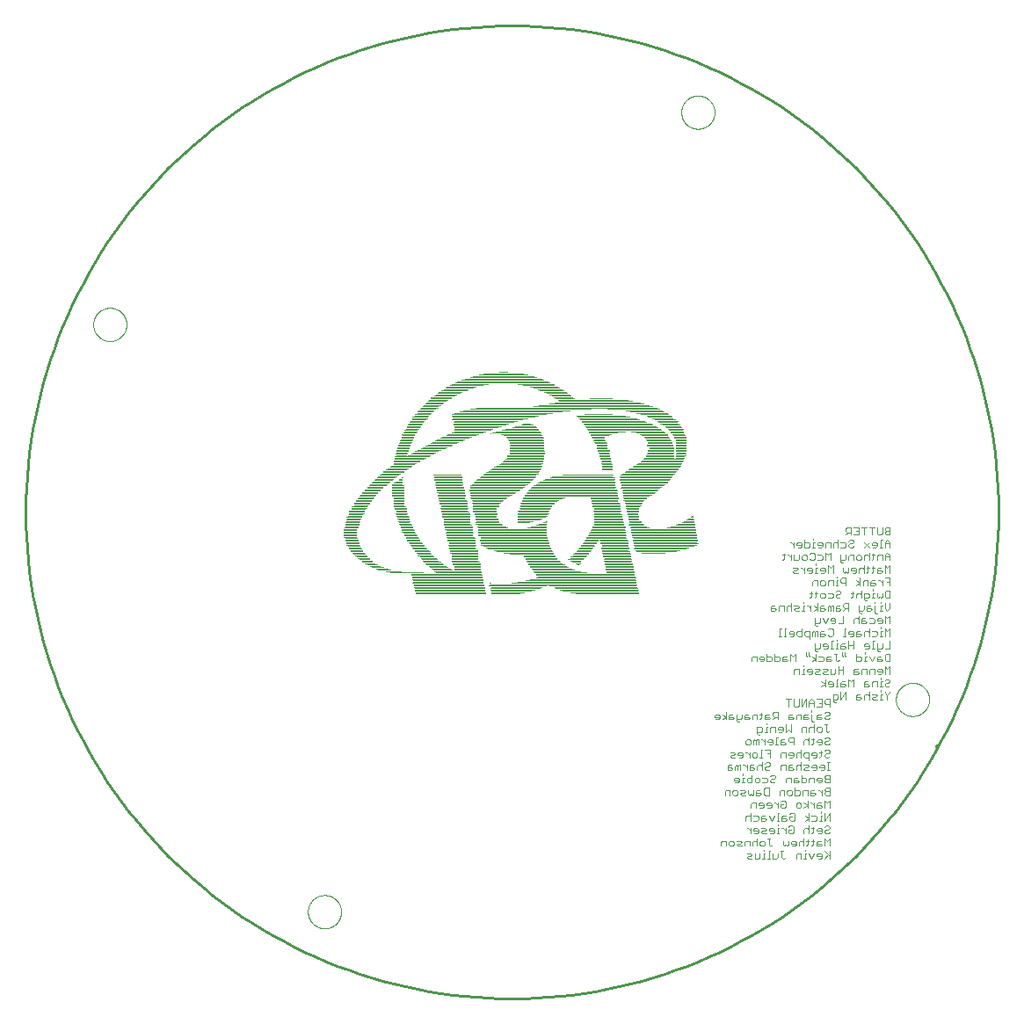
<source format=gbo>
G75*
%MOIN*%
%OFA0B0*%
%FSLAX25Y25*%
%IPPOS*%
%LPD*%
%AMOC8*
5,1,8,0,0,1.08239X$1,22.5*
%
%ADD10C,0.01000*%
%ADD11C,0.00300*%
%ADD12C,0.01600*%
%ADD13C,0.00000*%
%ADD14R,0.20670X0.00334*%
%ADD15R,0.08330X0.00334*%
%ADD16R,0.03670X0.00334*%
%ADD17R,0.24000X0.00333*%
%ADD18R,0.11000X0.00333*%
%ADD19R,0.26670X0.00333*%
%ADD20R,0.26000X0.00333*%
%ADD21R,0.12670X0.00333*%
%ADD22R,0.27340X0.00334*%
%ADD23R,0.14330X0.00334*%
%ADD24R,0.26670X0.00334*%
%ADD25R,0.28670X0.00333*%
%ADD26R,0.15330X0.00333*%
%ADD27R,0.29670X0.00333*%
%ADD28R,0.17000X0.00333*%
%ADD29R,0.30670X0.00334*%
%ADD30R,0.18000X0.00334*%
%ADD31R,0.31340X0.00333*%
%ADD32R,0.19000X0.00333*%
%ADD33R,0.31660X0.00333*%
%ADD34R,0.19660X0.00333*%
%ADD35R,0.27000X0.00333*%
%ADD36R,0.32330X0.00334*%
%ADD37R,0.20660X0.00334*%
%ADD38R,0.26660X0.00334*%
%ADD39R,0.33000X0.00333*%
%ADD40R,0.21670X0.00333*%
%ADD41R,0.26660X0.00333*%
%ADD42R,0.33330X0.00333*%
%ADD43R,0.22340X0.00333*%
%ADD44R,0.56000X0.00334*%
%ADD45R,0.27000X0.00334*%
%ADD46R,0.47330X0.00333*%
%ADD47R,0.00340X0.00333*%
%ADD48R,0.45000X0.00333*%
%ADD49R,0.43000X0.00334*%
%ADD50R,0.41670X0.00333*%
%ADD51R,0.40000X0.00333*%
%ADD52R,0.38670X0.00334*%
%ADD53R,0.37670X0.00333*%
%ADD54R,0.37000X0.00333*%
%ADD55R,0.37340X0.00334*%
%ADD56R,0.37330X0.00333*%
%ADD57R,0.37660X0.00334*%
%ADD58R,0.10660X0.00333*%
%ADD59R,0.20000X0.00333*%
%ADD60R,0.17330X0.00333*%
%ADD61R,0.12660X0.00333*%
%ADD62R,0.18000X0.00333*%
%ADD63R,0.05670X0.00333*%
%ADD64R,0.10330X0.00334*%
%ADD65R,0.17000X0.00334*%
%ADD66R,0.07670X0.00334*%
%ADD67R,0.05000X0.00334*%
%ADD68R,0.10670X0.00333*%
%ADD69R,0.16000X0.00333*%
%ADD70R,0.10330X0.00333*%
%ADD71R,0.07660X0.00333*%
%ADD72R,0.05000X0.00333*%
%ADD73R,0.15340X0.00333*%
%ADD74R,0.07340X0.00333*%
%ADD75R,0.04670X0.00333*%
%ADD76R,0.10670X0.00334*%
%ADD77R,0.15000X0.00334*%
%ADD78R,0.07000X0.00334*%
%ADD79R,0.04330X0.00334*%
%ADD80R,0.10340X0.00333*%
%ADD81R,0.14660X0.00333*%
%ADD82R,0.07000X0.00333*%
%ADD83R,0.04660X0.00333*%
%ADD84R,0.14000X0.00333*%
%ADD85R,0.06670X0.00333*%
%ADD86R,0.04330X0.00333*%
%ADD87R,0.13670X0.00334*%
%ADD88R,0.10340X0.00334*%
%ADD89R,0.04340X0.00334*%
%ADD90R,0.00660X0.00333*%
%ADD91R,0.13670X0.00333*%
%ADD92R,0.01670X0.00333*%
%ADD93R,0.13000X0.00333*%
%ADD94R,0.02340X0.00334*%
%ADD95R,0.13000X0.00334*%
%ADD96R,0.06660X0.00334*%
%ADD97R,0.03330X0.00333*%
%ADD98R,0.06340X0.00333*%
%ADD99R,0.06330X0.00333*%
%ADD100R,0.10660X0.00334*%
%ADD101R,0.12670X0.00334*%
%ADD102R,0.06000X0.00334*%
%ADD103R,0.04670X0.00334*%
%ADD104R,0.12330X0.00333*%
%ADD105R,0.06000X0.00333*%
%ADD106R,0.05660X0.00333*%
%ADD107R,0.04340X0.00333*%
%ADD108R,0.05670X0.00334*%
%ADD109R,0.12000X0.00334*%
%ADD110R,0.12000X0.00333*%
%ADD111R,0.16670X0.00333*%
%ADD112R,0.09000X0.00333*%
%ADD113R,0.05330X0.00333*%
%ADD114R,0.13340X0.00334*%
%ADD115R,0.05330X0.00334*%
%ADD116R,0.20330X0.00334*%
%ADD117R,0.05340X0.00334*%
%ADD118R,0.15660X0.00333*%
%ADD119R,0.05340X0.00333*%
%ADD120R,0.21660X0.00333*%
%ADD121R,0.22330X0.00333*%
%ADD122R,0.18670X0.00334*%
%ADD123R,0.05660X0.00334*%
%ADD124R,0.23330X0.00334*%
%ADD125R,0.19670X0.00333*%
%ADD126R,0.20670X0.00333*%
%ADD127R,0.24670X0.00333*%
%ADD128R,0.21670X0.00334*%
%ADD129R,0.25000X0.00334*%
%ADD130R,0.25660X0.00333*%
%ADD131R,0.23670X0.00333*%
%ADD132R,0.25670X0.00333*%
%ADD133R,0.24330X0.00334*%
%ADD134R,0.26000X0.00334*%
%ADD135R,0.24330X0.00333*%
%ADD136R,0.25670X0.00334*%
%ADD137R,0.24660X0.00333*%
%ADD138R,0.24660X0.00334*%
%ADD139R,0.15670X0.00334*%
%ADD140R,0.25660X0.00334*%
%ADD141R,0.04660X0.00334*%
%ADD142R,0.15000X0.00333*%
%ADD143R,0.24670X0.00334*%
%ADD144R,0.14660X0.00334*%
%ADD145R,0.14330X0.00333*%
%ADD146R,0.14000X0.00334*%
%ADD147R,0.13330X0.00333*%
%ADD148R,0.13330X0.00334*%
%ADD149R,0.09330X0.00334*%
%ADD150R,0.07330X0.00333*%
%ADD151R,0.12340X0.00333*%
%ADD152R,0.11660X0.00333*%
%ADD153R,0.09330X0.00333*%
%ADD154R,0.03670X0.00333*%
%ADD155R,0.09660X0.00333*%
%ADD156R,0.06660X0.00333*%
%ADD157R,0.03000X0.00333*%
%ADD158R,0.09670X0.00333*%
%ADD159R,0.11660X0.00334*%
%ADD160R,0.02000X0.00334*%
%ADD161R,0.01330X0.00334*%
%ADD162R,0.09340X0.00334*%
%ADD163R,0.11330X0.00333*%
%ADD164R,0.01330X0.00333*%
%ADD165R,0.04000X0.00333*%
%ADD166R,0.08670X0.00333*%
%ADD167R,0.11000X0.00334*%
%ADD168R,0.08670X0.00334*%
%ADD169R,0.02000X0.00333*%
%ADD170R,0.01670X0.00334*%
%ADD171R,0.04000X0.00334*%
%ADD172R,0.10000X0.00334*%
%ADD173R,0.01000X0.00333*%
%ADD174R,0.08330X0.00333*%
%ADD175R,0.00670X0.00333*%
%ADD176R,0.11330X0.00334*%
%ADD177R,0.08660X0.00334*%
%ADD178R,0.08660X0.00333*%
%ADD179R,0.11670X0.00333*%
%ADD180R,0.11340X0.00334*%
%ADD181R,0.11340X0.00333*%
%ADD182R,0.11670X0.00334*%
%ADD183R,0.09000X0.00334*%
%ADD184R,0.09670X0.00334*%
%ADD185R,0.10000X0.00333*%
%ADD186R,0.07670X0.00333*%
%ADD187R,0.08340X0.00334*%
%ADD188R,0.13340X0.00333*%
%ADD189R,0.15670X0.00333*%
%ADD190R,0.17670X0.00334*%
%ADD191R,0.14340X0.00334*%
%ADD192R,0.06330X0.00334*%
%ADD193R,0.35330X0.00333*%
%ADD194R,0.14670X0.00333*%
%ADD195R,0.35000X0.00334*%
%ADD196R,0.16330X0.00334*%
%ADD197R,0.34670X0.00333*%
%ADD198R,0.34000X0.00333*%
%ADD199R,0.34000X0.00334*%
%ADD200R,0.06340X0.00334*%
%ADD201R,0.33670X0.00333*%
%ADD202R,0.13660X0.00333*%
%ADD203R,0.33340X0.00333*%
%ADD204R,0.19330X0.00333*%
%ADD205R,0.32660X0.00334*%
%ADD206R,0.20000X0.00334*%
%ADD207R,0.32330X0.00333*%
%ADD208R,0.20330X0.00333*%
%ADD209R,0.32000X0.00333*%
%ADD210R,0.31330X0.00334*%
%ADD211R,0.31000X0.00333*%
%ADD212R,0.21000X0.00333*%
%ADD213R,0.16340X0.00333*%
%ADD214R,0.30330X0.00333*%
%ADD215R,0.21330X0.00333*%
%ADD216R,0.29670X0.00334*%
%ADD217R,0.21330X0.00334*%
%ADD218R,0.03660X0.00334*%
%ADD219R,0.06670X0.00334*%
%ADD220R,0.17670X0.00333*%
%ADD221R,0.29330X0.00333*%
%ADD222R,0.21340X0.00333*%
%ADD223R,0.02660X0.00333*%
%ADD224R,0.18330X0.00334*%
%ADD225R,0.28000X0.00334*%
%ADD226R,0.02330X0.00334*%
%ADD227R,0.01660X0.00333*%
%ADD228R,0.26340X0.00333*%
%ADD229R,0.19330X0.00334*%
%ADD230R,0.25340X0.00334*%
%ADD231R,0.21000X0.00334*%
%ADD232R,0.01000X0.00334*%
%ADD233R,0.24340X0.00333*%
%ADD234R,0.23000X0.00333*%
%ADD235R,0.21660X0.00334*%
%ADD236R,0.07340X0.00334*%
%ADD237R,0.20340X0.00333*%
%ADD238R,0.07330X0.00334*%
%ADD239R,0.19340X0.00334*%
%ADD240R,0.19000X0.00334*%
%ADD241R,0.08000X0.00334*%
%ADD242R,0.18670X0.00333*%
%ADD243R,0.18340X0.00333*%
%ADD244R,0.08000X0.00333*%
%ADD245R,0.17330X0.00334*%
%ADD246R,0.16330X0.00333*%
%ADD247R,0.16660X0.00333*%
%ADD248R,0.03660X0.00333*%
%ADD249R,0.03340X0.00333*%
%ADD250R,0.09660X0.00334*%
%ADD251R,0.09340X0.00333*%
%ADD252R,0.00330X0.00334*%
%ADD253R,0.28660X0.00334*%
%ADD254R,0.15330X0.00334*%
%ADD255R,0.28000X0.00333*%
%ADD256R,0.27670X0.00334*%
%ADD257R,0.27330X0.00333*%
%ADD258R,0.25330X0.00334*%
%ADD259R,0.22000X0.00334*%
%ADD260R,0.22660X0.00333*%
%ADD261R,0.22000X0.00333*%
%ADD262R,0.28340X0.00333*%
%ADD263R,0.16340X0.00334*%
%ADD264R,0.34670X0.00334*%
%ADD265R,0.36330X0.00333*%
%ADD266R,0.38000X0.00334*%
%ADD267R,0.39000X0.00333*%
%ADD268R,0.40340X0.00333*%
%ADD269R,0.16000X0.00334*%
%ADD270R,0.42000X0.00334*%
%ADD271R,0.45670X0.00333*%
%ADD272R,0.68670X0.00333*%
%ADD273R,0.48330X0.00334*%
%ADD274R,0.45330X0.00333*%
%ADD275R,0.42330X0.00333*%
%ADD276R,0.39330X0.00334*%
%ADD277R,0.36000X0.00333*%
%ADD278R,0.32670X0.00333*%
%ADD279R,0.29330X0.00334*%
%ADD280R,0.15660X0.00334*%
%ADD281R,0.33000X0.00334*%
%ADD282R,0.31330X0.00333*%
%ADD283R,0.29660X0.00333*%
%ADD284R,0.27660X0.00334*%
%ADD285R,0.23660X0.00333*%
D10*
X0001500Y0185925D02*
X0001556Y0190451D01*
X0001722Y0194974D01*
X0002000Y0199492D01*
X0002388Y0204002D01*
X0002887Y0208501D01*
X0003496Y0212986D01*
X0004215Y0217455D01*
X0005044Y0221905D01*
X0005981Y0226333D01*
X0007027Y0230737D01*
X0008181Y0235114D01*
X0009441Y0239461D01*
X0010808Y0243776D01*
X0012281Y0248056D01*
X0013858Y0252299D01*
X0015539Y0256501D01*
X0017322Y0260662D01*
X0019207Y0264777D01*
X0021192Y0268845D01*
X0023277Y0272862D01*
X0025459Y0276828D01*
X0027738Y0280738D01*
X0030113Y0284592D01*
X0032581Y0288386D01*
X0035142Y0292118D01*
X0037793Y0295787D01*
X0040534Y0299389D01*
X0043363Y0302923D01*
X0046277Y0306386D01*
X0049275Y0309777D01*
X0052356Y0313094D01*
X0055517Y0316333D01*
X0058756Y0319494D01*
X0062073Y0322575D01*
X0065464Y0325573D01*
X0068927Y0328487D01*
X0072461Y0331316D01*
X0076063Y0334057D01*
X0079732Y0336708D01*
X0083464Y0339269D01*
X0087258Y0341737D01*
X0091112Y0344112D01*
X0095022Y0346391D01*
X0098988Y0348573D01*
X0103005Y0350658D01*
X0107073Y0352643D01*
X0111188Y0354528D01*
X0115349Y0356311D01*
X0119551Y0357992D01*
X0123794Y0359569D01*
X0128074Y0361042D01*
X0132389Y0362409D01*
X0136736Y0363669D01*
X0141113Y0364823D01*
X0145517Y0365869D01*
X0149945Y0366806D01*
X0154395Y0367635D01*
X0158864Y0368354D01*
X0163349Y0368963D01*
X0167848Y0369462D01*
X0172358Y0369850D01*
X0176876Y0370128D01*
X0181399Y0370294D01*
X0185925Y0370350D01*
X0190451Y0370294D01*
X0194974Y0370128D01*
X0199492Y0369850D01*
X0204002Y0369462D01*
X0208501Y0368963D01*
X0212986Y0368354D01*
X0217455Y0367635D01*
X0221905Y0366806D01*
X0226333Y0365869D01*
X0230737Y0364823D01*
X0235114Y0363669D01*
X0239461Y0362409D01*
X0243776Y0361042D01*
X0248056Y0359569D01*
X0252299Y0357992D01*
X0256501Y0356311D01*
X0260662Y0354528D01*
X0264777Y0352643D01*
X0268845Y0350658D01*
X0272862Y0348573D01*
X0276828Y0346391D01*
X0280738Y0344112D01*
X0284592Y0341737D01*
X0288386Y0339269D01*
X0292118Y0336708D01*
X0295787Y0334057D01*
X0299389Y0331316D01*
X0302923Y0328487D01*
X0306386Y0325573D01*
X0309777Y0322575D01*
X0313094Y0319494D01*
X0316333Y0316333D01*
X0319494Y0313094D01*
X0322575Y0309777D01*
X0325573Y0306386D01*
X0328487Y0302923D01*
X0331316Y0299389D01*
X0334057Y0295787D01*
X0336708Y0292118D01*
X0339269Y0288386D01*
X0341737Y0284592D01*
X0344112Y0280738D01*
X0346391Y0276828D01*
X0348573Y0272862D01*
X0350658Y0268845D01*
X0352643Y0264777D01*
X0354528Y0260662D01*
X0356311Y0256501D01*
X0357992Y0252299D01*
X0359569Y0248056D01*
X0361042Y0243776D01*
X0362409Y0239461D01*
X0363669Y0235114D01*
X0364823Y0230737D01*
X0365869Y0226333D01*
X0366806Y0221905D01*
X0367635Y0217455D01*
X0368354Y0212986D01*
X0368963Y0208501D01*
X0369462Y0204002D01*
X0369850Y0199492D01*
X0370128Y0194974D01*
X0370294Y0190451D01*
X0370350Y0185925D01*
X0370294Y0181399D01*
X0370128Y0176876D01*
X0369850Y0172358D01*
X0369462Y0167848D01*
X0368963Y0163349D01*
X0368354Y0158864D01*
X0367635Y0154395D01*
X0366806Y0149945D01*
X0365869Y0145517D01*
X0364823Y0141113D01*
X0363669Y0136736D01*
X0362409Y0132389D01*
X0361042Y0128074D01*
X0359569Y0123794D01*
X0357992Y0119551D01*
X0356311Y0115349D01*
X0354528Y0111188D01*
X0352643Y0107073D01*
X0350658Y0103005D01*
X0348573Y0098988D01*
X0346391Y0095022D01*
X0344112Y0091112D01*
X0341737Y0087258D01*
X0339269Y0083464D01*
X0336708Y0079732D01*
X0334057Y0076063D01*
X0331316Y0072461D01*
X0328487Y0068927D01*
X0325573Y0065464D01*
X0322575Y0062073D01*
X0319494Y0058756D01*
X0316333Y0055517D01*
X0313094Y0052356D01*
X0309777Y0049275D01*
X0306386Y0046277D01*
X0302923Y0043363D01*
X0299389Y0040534D01*
X0295787Y0037793D01*
X0292118Y0035142D01*
X0288386Y0032581D01*
X0284592Y0030113D01*
X0280738Y0027738D01*
X0276828Y0025459D01*
X0272862Y0023277D01*
X0268845Y0021192D01*
X0264777Y0019207D01*
X0260662Y0017322D01*
X0256501Y0015539D01*
X0252299Y0013858D01*
X0248056Y0012281D01*
X0243776Y0010808D01*
X0239461Y0009441D01*
X0235114Y0008181D01*
X0230737Y0007027D01*
X0226333Y0005981D01*
X0221905Y0005044D01*
X0217455Y0004215D01*
X0212986Y0003496D01*
X0208501Y0002887D01*
X0204002Y0002388D01*
X0199492Y0002000D01*
X0194974Y0001722D01*
X0190451Y0001556D01*
X0185925Y0001500D01*
X0181399Y0001556D01*
X0176876Y0001722D01*
X0172358Y0002000D01*
X0167848Y0002388D01*
X0163349Y0002887D01*
X0158864Y0003496D01*
X0154395Y0004215D01*
X0149945Y0005044D01*
X0145517Y0005981D01*
X0141113Y0007027D01*
X0136736Y0008181D01*
X0132389Y0009441D01*
X0128074Y0010808D01*
X0123794Y0012281D01*
X0119551Y0013858D01*
X0115349Y0015539D01*
X0111188Y0017322D01*
X0107073Y0019207D01*
X0103005Y0021192D01*
X0098988Y0023277D01*
X0095022Y0025459D01*
X0091112Y0027738D01*
X0087258Y0030113D01*
X0083464Y0032581D01*
X0079732Y0035142D01*
X0076063Y0037793D01*
X0072461Y0040534D01*
X0068927Y0043363D01*
X0065464Y0046277D01*
X0062073Y0049275D01*
X0058756Y0052356D01*
X0055517Y0055517D01*
X0052356Y0058756D01*
X0049275Y0062073D01*
X0046277Y0065464D01*
X0043363Y0068927D01*
X0040534Y0072461D01*
X0037793Y0076063D01*
X0035142Y0079732D01*
X0032581Y0083464D01*
X0030113Y0087258D01*
X0027738Y0091112D01*
X0025459Y0095022D01*
X0023277Y0098988D01*
X0021192Y0103005D01*
X0019207Y0107073D01*
X0017322Y0111188D01*
X0015539Y0115349D01*
X0013858Y0119551D01*
X0012281Y0123794D01*
X0010808Y0128074D01*
X0009441Y0132389D01*
X0008181Y0136736D01*
X0007027Y0141113D01*
X0005981Y0145517D01*
X0005044Y0149945D01*
X0004215Y0154395D01*
X0003496Y0158864D01*
X0002887Y0163349D01*
X0002388Y0167848D01*
X0002000Y0172358D01*
X0001722Y0176876D01*
X0001556Y0181399D01*
X0001500Y0185925D01*
D11*
X0262698Y0108727D02*
X0262698Y0108243D01*
X0264633Y0108243D01*
X0264633Y0108727D02*
X0264149Y0109210D01*
X0263182Y0109210D01*
X0262698Y0108727D01*
X0263182Y0107275D02*
X0264149Y0107275D01*
X0264633Y0107759D01*
X0264633Y0108727D01*
X0265637Y0109210D02*
X0267088Y0108243D01*
X0265637Y0107275D01*
X0267088Y0107275D02*
X0267088Y0110178D01*
X0268100Y0108727D02*
X0268100Y0107275D01*
X0269551Y0107275D01*
X0270035Y0107759D01*
X0269551Y0108243D01*
X0268100Y0108243D01*
X0268100Y0108727D02*
X0268584Y0109210D01*
X0269551Y0109210D01*
X0271047Y0109210D02*
X0271047Y0106792D01*
X0271530Y0106308D01*
X0272014Y0106308D01*
X0272498Y0107275D02*
X0271047Y0107275D01*
X0272498Y0107275D02*
X0272982Y0107759D01*
X0272982Y0109210D01*
X0273993Y0108727D02*
X0273993Y0107275D01*
X0275444Y0107275D01*
X0275928Y0107759D01*
X0275444Y0108243D01*
X0273993Y0108243D01*
X0273993Y0108727D02*
X0274477Y0109210D01*
X0275444Y0109210D01*
X0276940Y0108727D02*
X0276940Y0107275D01*
X0276940Y0108727D02*
X0277423Y0109210D01*
X0278875Y0109210D01*
X0278875Y0107275D01*
X0279871Y0107275D02*
X0280355Y0107759D01*
X0280355Y0109694D01*
X0280839Y0109210D02*
X0279871Y0109210D01*
X0281850Y0108727D02*
X0281850Y0107275D01*
X0283302Y0107275D01*
X0283785Y0107759D01*
X0283302Y0108243D01*
X0281850Y0108243D01*
X0281850Y0108727D02*
X0282334Y0109210D01*
X0283302Y0109210D01*
X0284797Y0108727D02*
X0285281Y0108243D01*
X0286732Y0108243D01*
X0285764Y0108243D02*
X0284797Y0107275D01*
X0284797Y0108727D02*
X0284797Y0109694D01*
X0285281Y0110178D01*
X0286732Y0110178D01*
X0286732Y0107275D01*
X0287245Y0104410D02*
X0286761Y0103927D01*
X0286761Y0103443D01*
X0288696Y0103443D01*
X0288696Y0103927D02*
X0288213Y0104410D01*
X0287245Y0104410D01*
X0285750Y0104410D02*
X0285750Y0102475D01*
X0287245Y0102475D02*
X0288213Y0102475D01*
X0288696Y0102959D01*
X0288696Y0103927D01*
X0289708Y0102475D02*
X0289708Y0105378D01*
X0291643Y0105378D02*
X0291643Y0102475D01*
X0290675Y0103443D01*
X0289708Y0102475D01*
X0291174Y0100578D02*
X0290690Y0100094D01*
X0290690Y0099127D01*
X0291174Y0098643D01*
X0292625Y0098643D01*
X0292625Y0097675D02*
X0292625Y0100578D01*
X0291174Y0100578D01*
X0289195Y0099610D02*
X0288227Y0099610D01*
X0287743Y0099127D01*
X0287743Y0097675D01*
X0289195Y0097675D01*
X0289678Y0098159D01*
X0289195Y0098643D01*
X0287743Y0098643D01*
X0286732Y0097675D02*
X0285764Y0097675D01*
X0286248Y0097675D02*
X0286248Y0100578D01*
X0286732Y0100578D01*
X0284768Y0099127D02*
X0284284Y0099610D01*
X0283316Y0099610D01*
X0282833Y0099127D01*
X0282833Y0098643D01*
X0284768Y0098643D01*
X0284768Y0098159D02*
X0284768Y0099127D01*
X0284768Y0098159D02*
X0284284Y0097675D01*
X0283316Y0097675D01*
X0281821Y0097675D02*
X0281821Y0099610D01*
X0281821Y0098643D02*
X0280854Y0099610D01*
X0280370Y0099610D01*
X0279366Y0099610D02*
X0278882Y0099610D01*
X0278398Y0099127D01*
X0277914Y0099610D01*
X0277431Y0099127D01*
X0277431Y0097675D01*
X0278398Y0097675D02*
X0278398Y0099127D01*
X0279366Y0099610D02*
X0279366Y0097675D01*
X0280355Y0095778D02*
X0280355Y0092875D01*
X0280839Y0092875D02*
X0279871Y0092875D01*
X0278875Y0093359D02*
X0278391Y0092875D01*
X0277423Y0092875D01*
X0276940Y0093359D01*
X0276940Y0094327D01*
X0277423Y0094810D01*
X0278391Y0094810D01*
X0278875Y0094327D01*
X0278875Y0093359D01*
X0280355Y0095778D02*
X0280839Y0095778D01*
X0281850Y0095778D02*
X0283785Y0095778D01*
X0283785Y0092875D01*
X0283785Y0094327D02*
X0282818Y0094327D01*
X0282334Y0090978D02*
X0283302Y0090978D01*
X0283785Y0090494D01*
X0283785Y0090010D01*
X0283302Y0089527D01*
X0282334Y0089527D01*
X0281850Y0089043D01*
X0281850Y0088559D01*
X0282334Y0088075D01*
X0283302Y0088075D01*
X0283785Y0088559D01*
X0284299Y0086178D02*
X0285266Y0086178D01*
X0285750Y0085694D01*
X0285750Y0085210D01*
X0285266Y0084727D01*
X0284299Y0084727D01*
X0283815Y0084243D01*
X0283815Y0083759D01*
X0284299Y0083275D01*
X0285266Y0083275D01*
X0285750Y0083759D01*
X0283815Y0085694D02*
X0284299Y0086178D01*
X0282803Y0084727D02*
X0282320Y0085210D01*
X0280868Y0085210D01*
X0279857Y0084727D02*
X0279857Y0083759D01*
X0279373Y0083275D01*
X0278405Y0083275D01*
X0277922Y0083759D01*
X0277922Y0084727D01*
X0278405Y0085210D01*
X0279373Y0085210D01*
X0279857Y0084727D01*
X0280868Y0083275D02*
X0282320Y0083275D01*
X0282803Y0083759D01*
X0282803Y0084727D01*
X0283294Y0081378D02*
X0281843Y0081378D01*
X0281359Y0080894D01*
X0281359Y0078959D01*
X0281843Y0078475D01*
X0283294Y0078475D01*
X0283294Y0081378D01*
X0279864Y0080410D02*
X0278897Y0080410D01*
X0278413Y0079927D01*
X0278413Y0078475D01*
X0279864Y0078475D01*
X0280348Y0078959D01*
X0279864Y0079443D01*
X0278413Y0079443D01*
X0277401Y0078959D02*
X0276918Y0078475D01*
X0276434Y0078959D01*
X0275950Y0078475D01*
X0275466Y0078959D01*
X0275466Y0080410D01*
X0274455Y0079927D02*
X0273971Y0080410D01*
X0272520Y0080410D01*
X0273004Y0079443D02*
X0273971Y0079443D01*
X0274455Y0079927D01*
X0274455Y0078475D02*
X0273004Y0078475D01*
X0272520Y0078959D01*
X0273004Y0079443D01*
X0271508Y0079927D02*
X0271508Y0078959D01*
X0271025Y0078475D01*
X0270057Y0078475D01*
X0269573Y0078959D01*
X0269573Y0079927D01*
X0270057Y0080410D01*
X0271025Y0080410D01*
X0271508Y0079927D01*
X0268562Y0080410D02*
X0267111Y0080410D01*
X0266627Y0079927D01*
X0266627Y0078475D01*
X0268562Y0078475D02*
X0268562Y0080410D01*
X0270548Y0083275D02*
X0271516Y0083275D01*
X0271999Y0083759D01*
X0271999Y0084727D01*
X0271516Y0085210D01*
X0270548Y0085210D01*
X0270064Y0084727D01*
X0270064Y0084243D01*
X0271999Y0084243D01*
X0272996Y0083275D02*
X0273964Y0083275D01*
X0273480Y0083275D02*
X0273480Y0085210D01*
X0273964Y0085210D01*
X0273480Y0086178D02*
X0273480Y0086662D01*
X0272490Y0088075D02*
X0272490Y0090010D01*
X0272007Y0090010D01*
X0271523Y0089527D01*
X0271039Y0090010D01*
X0270555Y0089527D01*
X0270555Y0088075D01*
X0271523Y0088075D02*
X0271523Y0089527D01*
X0273495Y0090010D02*
X0273978Y0090010D01*
X0274946Y0089043D01*
X0274946Y0090010D02*
X0274946Y0088075D01*
X0275957Y0088075D02*
X0275957Y0089527D01*
X0276441Y0090010D01*
X0277409Y0090010D01*
X0277409Y0089043D02*
X0275957Y0089043D01*
X0275957Y0088075D02*
X0277409Y0088075D01*
X0277892Y0088559D01*
X0277409Y0089043D01*
X0278904Y0089527D02*
X0278904Y0088075D01*
X0278904Y0089527D02*
X0279388Y0090010D01*
X0280355Y0090010D01*
X0280839Y0089527D01*
X0281850Y0090494D02*
X0282334Y0090978D01*
X0280839Y0090978D02*
X0280839Y0088075D01*
X0276910Y0086178D02*
X0276910Y0083275D01*
X0275459Y0083275D01*
X0274975Y0083759D01*
X0274975Y0084727D01*
X0275459Y0085210D01*
X0276910Y0085210D01*
X0277401Y0080410D02*
X0277401Y0078959D01*
X0276932Y0075610D02*
X0276449Y0075127D01*
X0276449Y0073675D01*
X0276419Y0071778D02*
X0276419Y0068875D01*
X0277431Y0068875D02*
X0278882Y0068875D01*
X0279366Y0069359D01*
X0279366Y0070327D01*
X0278882Y0070810D01*
X0277431Y0070810D01*
X0276419Y0070327D02*
X0275935Y0070810D01*
X0274968Y0070810D01*
X0274484Y0070327D01*
X0274484Y0068875D01*
X0274968Y0066010D02*
X0275452Y0066010D01*
X0276419Y0065043D01*
X0276419Y0066010D02*
X0276419Y0064075D01*
X0277431Y0065043D02*
X0279366Y0065043D01*
X0279366Y0065527D02*
X0278882Y0066010D01*
X0277914Y0066010D01*
X0277431Y0065527D01*
X0277431Y0065043D01*
X0277914Y0064075D02*
X0278882Y0064075D01*
X0279366Y0064559D01*
X0279366Y0065527D01*
X0280377Y0066010D02*
X0281828Y0066010D01*
X0282312Y0065527D01*
X0281828Y0065043D01*
X0280861Y0065043D01*
X0280377Y0064559D01*
X0280861Y0064075D01*
X0282312Y0064075D01*
X0283324Y0065043D02*
X0285259Y0065043D01*
X0285259Y0065527D02*
X0284775Y0066010D01*
X0283807Y0066010D01*
X0283324Y0065527D01*
X0283324Y0065043D01*
X0283807Y0064075D02*
X0284775Y0064075D01*
X0285259Y0064559D01*
X0285259Y0065527D01*
X0286739Y0066010D02*
X0286739Y0064075D01*
X0286256Y0064075D02*
X0287223Y0064075D01*
X0287223Y0066010D02*
X0286739Y0066010D01*
X0286739Y0066978D02*
X0286739Y0067462D01*
X0286739Y0068875D02*
X0286739Y0071778D01*
X0287223Y0071778D01*
X0288235Y0070327D02*
X0288718Y0070810D01*
X0289686Y0070810D01*
X0289686Y0069843D02*
X0288235Y0069843D01*
X0288235Y0070327D02*
X0288235Y0068875D01*
X0289686Y0068875D01*
X0290170Y0069359D01*
X0289686Y0069843D01*
X0291181Y0070327D02*
X0292149Y0070327D01*
X0291181Y0070327D02*
X0291181Y0069359D01*
X0291665Y0068875D01*
X0292632Y0068875D01*
X0293116Y0069359D01*
X0293116Y0071294D01*
X0292632Y0071778D01*
X0291665Y0071778D01*
X0291181Y0071294D01*
X0289195Y0073675D02*
X0288227Y0073675D01*
X0287743Y0074159D01*
X0287743Y0075127D01*
X0288711Y0075127D01*
X0289678Y0076094D02*
X0289678Y0074159D01*
X0289195Y0073675D01*
X0286732Y0073675D02*
X0286732Y0075610D01*
X0286732Y0074643D02*
X0285764Y0075610D01*
X0285281Y0075610D01*
X0284277Y0075127D02*
X0283793Y0075610D01*
X0282825Y0075610D01*
X0282342Y0075127D01*
X0282342Y0074643D01*
X0284277Y0074643D01*
X0284277Y0074159D02*
X0284277Y0075127D01*
X0284277Y0074159D02*
X0283793Y0073675D01*
X0282825Y0073675D01*
X0281330Y0074159D02*
X0281330Y0075127D01*
X0280846Y0075610D01*
X0279879Y0075610D01*
X0279395Y0075127D01*
X0279395Y0074643D01*
X0281330Y0074643D01*
X0281330Y0074159D02*
X0280846Y0073675D01*
X0279879Y0073675D01*
X0278383Y0073675D02*
X0278383Y0075610D01*
X0276932Y0075610D01*
X0280861Y0070810D02*
X0280377Y0070327D01*
X0280377Y0068875D01*
X0281828Y0068875D01*
X0282312Y0069359D01*
X0281828Y0069843D01*
X0280377Y0069843D01*
X0280861Y0070810D02*
X0281828Y0070810D01*
X0283324Y0070810D02*
X0284291Y0068875D01*
X0285259Y0070810D01*
X0286256Y0068875D02*
X0287223Y0068875D01*
X0288227Y0066010D02*
X0288711Y0066010D01*
X0289678Y0065043D01*
X0289678Y0066010D02*
X0289678Y0064075D01*
X0290690Y0064559D02*
X0290690Y0065527D01*
X0291657Y0065527D01*
X0290690Y0066494D02*
X0291174Y0066978D01*
X0292141Y0066978D01*
X0292625Y0066494D01*
X0292625Y0064559D01*
X0292141Y0064075D01*
X0291174Y0064075D01*
X0290690Y0064559D01*
X0290661Y0061210D02*
X0290661Y0059759D01*
X0290177Y0059275D01*
X0289693Y0059759D01*
X0289209Y0059275D01*
X0288726Y0059759D01*
X0288726Y0061210D01*
X0291672Y0060727D02*
X0291672Y0060243D01*
X0293607Y0060243D01*
X0293607Y0060727D02*
X0293123Y0061210D01*
X0292156Y0061210D01*
X0291672Y0060727D01*
X0292156Y0059275D02*
X0293123Y0059275D01*
X0293607Y0059759D01*
X0293607Y0060727D01*
X0294619Y0060727D02*
X0294619Y0059275D01*
X0294619Y0060727D02*
X0295102Y0061210D01*
X0296070Y0061210D01*
X0296554Y0060727D01*
X0297551Y0061210D02*
X0298518Y0061210D01*
X0298034Y0061694D02*
X0298034Y0059759D01*
X0297551Y0059275D01*
X0296554Y0059275D02*
X0296554Y0062178D01*
X0296583Y0064075D02*
X0296583Y0065527D01*
X0297067Y0066010D01*
X0298034Y0066010D01*
X0298518Y0065527D01*
X0299515Y0066010D02*
X0300482Y0066010D01*
X0299999Y0066494D02*
X0299999Y0064559D01*
X0299515Y0064075D01*
X0298518Y0064075D02*
X0298518Y0066978D01*
X0298518Y0068875D02*
X0298518Y0071778D01*
X0299530Y0070810D02*
X0300981Y0070810D01*
X0301465Y0070327D01*
X0301465Y0069359D01*
X0300981Y0068875D01*
X0299530Y0068875D01*
X0298518Y0069843D02*
X0297067Y0070810D01*
X0298518Y0069843D02*
X0297067Y0068875D01*
X0296576Y0073675D02*
X0298027Y0074643D01*
X0296576Y0075610D01*
X0295572Y0075127D02*
X0295572Y0074159D01*
X0295088Y0073675D01*
X0294120Y0073675D01*
X0293637Y0074159D01*
X0293637Y0075127D01*
X0294120Y0075610D01*
X0295088Y0075610D01*
X0295572Y0075127D01*
X0298027Y0076578D02*
X0298027Y0073675D01*
X0299031Y0075610D02*
X0299515Y0075610D01*
X0300482Y0074643D01*
X0300482Y0075610D02*
X0300482Y0073675D01*
X0301494Y0073675D02*
X0301494Y0075127D01*
X0301978Y0075610D01*
X0302945Y0075610D01*
X0302945Y0074643D02*
X0301494Y0074643D01*
X0301494Y0073675D02*
X0302945Y0073675D01*
X0303429Y0074159D01*
X0302945Y0074643D01*
X0304440Y0073675D02*
X0304440Y0076578D01*
X0305408Y0075610D01*
X0306375Y0076578D01*
X0306375Y0073675D01*
X0306375Y0071778D02*
X0304440Y0068875D01*
X0304440Y0071778D01*
X0303429Y0070810D02*
X0302945Y0070810D01*
X0302945Y0068875D01*
X0303429Y0068875D02*
X0302461Y0068875D01*
X0301978Y0066010D02*
X0301494Y0065527D01*
X0301494Y0065043D01*
X0303429Y0065043D01*
X0303429Y0065527D02*
X0302945Y0066010D01*
X0301978Y0066010D01*
X0303429Y0065527D02*
X0303429Y0064559D01*
X0302945Y0064075D01*
X0301978Y0064075D01*
X0304440Y0064559D02*
X0304924Y0064075D01*
X0305892Y0064075D01*
X0306375Y0064559D01*
X0305892Y0065527D02*
X0304924Y0065527D01*
X0304440Y0065043D01*
X0304440Y0064559D01*
X0305892Y0065527D02*
X0306375Y0066010D01*
X0306375Y0066494D01*
X0305892Y0066978D01*
X0304924Y0066978D01*
X0304440Y0066494D01*
X0306375Y0068875D02*
X0306375Y0071778D01*
X0302945Y0071778D02*
X0302945Y0072262D01*
X0303429Y0078475D02*
X0303429Y0080410D01*
X0303429Y0079443D02*
X0302461Y0080410D01*
X0301978Y0080410D01*
X0300490Y0080410D02*
X0299522Y0080410D01*
X0299038Y0079927D01*
X0299038Y0078475D01*
X0300490Y0078475D01*
X0300973Y0078959D01*
X0300490Y0079443D01*
X0299038Y0079443D01*
X0298027Y0080410D02*
X0296576Y0080410D01*
X0296092Y0079927D01*
X0296092Y0078475D01*
X0295080Y0078959D02*
X0295080Y0079927D01*
X0294597Y0080410D01*
X0293145Y0080410D01*
X0293145Y0081378D02*
X0293145Y0078475D01*
X0294597Y0078475D01*
X0295080Y0078959D01*
X0292134Y0078959D02*
X0291650Y0078475D01*
X0290683Y0078475D01*
X0290199Y0078959D01*
X0290199Y0079927D01*
X0290683Y0080410D01*
X0291650Y0080410D01*
X0292134Y0079927D01*
X0292134Y0078959D01*
X0289187Y0078475D02*
X0289187Y0080410D01*
X0287736Y0080410D01*
X0287252Y0079927D01*
X0287252Y0078475D01*
X0288227Y0076578D02*
X0289195Y0076578D01*
X0289678Y0076094D01*
X0288227Y0076578D02*
X0287743Y0076094D01*
X0289708Y0083275D02*
X0289708Y0084727D01*
X0290192Y0085210D01*
X0291643Y0085210D01*
X0291643Y0083275D01*
X0292654Y0083275D02*
X0294106Y0083275D01*
X0294589Y0083759D01*
X0294106Y0084243D01*
X0292654Y0084243D01*
X0292654Y0084727D02*
X0292654Y0083275D01*
X0292654Y0084727D02*
X0293138Y0085210D01*
X0294106Y0085210D01*
X0295601Y0085210D02*
X0297052Y0085210D01*
X0297536Y0084727D01*
X0297536Y0083759D01*
X0297052Y0083275D01*
X0295601Y0083275D01*
X0295601Y0086178D01*
X0295571Y0088075D02*
X0295571Y0090978D01*
X0295088Y0090010D02*
X0294120Y0090010D01*
X0293637Y0089527D01*
X0293637Y0088075D01*
X0292625Y0088559D02*
X0292141Y0089043D01*
X0290690Y0089043D01*
X0290690Y0089527D02*
X0290690Y0088075D01*
X0292141Y0088075D01*
X0292625Y0088559D01*
X0292141Y0090010D02*
X0291174Y0090010D01*
X0290690Y0089527D01*
X0289678Y0090010D02*
X0289678Y0088075D01*
X0287743Y0088075D02*
X0287743Y0089527D01*
X0288227Y0090010D01*
X0289678Y0090010D01*
X0289678Y0092875D02*
X0289678Y0094810D01*
X0288227Y0094810D01*
X0287743Y0094327D01*
X0287743Y0092875D01*
X0290690Y0093843D02*
X0292625Y0093843D01*
X0292625Y0094327D02*
X0292141Y0094810D01*
X0291174Y0094810D01*
X0290690Y0094327D01*
X0290690Y0093843D01*
X0291174Y0092875D02*
X0292141Y0092875D01*
X0292625Y0093359D01*
X0292625Y0094327D01*
X0293637Y0094327D02*
X0293637Y0092875D01*
X0293637Y0094327D02*
X0294120Y0094810D01*
X0295088Y0094810D01*
X0295571Y0094327D01*
X0296583Y0094327D02*
X0296583Y0093359D01*
X0297067Y0092875D01*
X0298518Y0092875D01*
X0298518Y0091908D02*
X0298518Y0094810D01*
X0297067Y0094810D01*
X0296583Y0094327D01*
X0295571Y0095778D02*
X0295571Y0092875D01*
X0295088Y0090010D02*
X0295571Y0089527D01*
X0296583Y0090010D02*
X0298034Y0090010D01*
X0298518Y0089527D01*
X0298034Y0089043D01*
X0297067Y0089043D01*
X0296583Y0088559D01*
X0297067Y0088075D01*
X0298518Y0088075D01*
X0299530Y0089043D02*
X0301465Y0089043D01*
X0301465Y0088559D02*
X0301465Y0089527D01*
X0300981Y0090010D01*
X0300013Y0090010D01*
X0299530Y0089527D01*
X0299530Y0089043D01*
X0300013Y0088075D02*
X0300981Y0088075D01*
X0301465Y0088559D01*
X0302476Y0089043D02*
X0304411Y0089043D01*
X0304411Y0088559D02*
X0304411Y0089527D01*
X0303927Y0090010D01*
X0302960Y0090010D01*
X0302476Y0089527D01*
X0302476Y0089043D01*
X0302960Y0088075D02*
X0303927Y0088075D01*
X0304411Y0088559D01*
X0305408Y0088075D02*
X0306375Y0088075D01*
X0305892Y0088075D02*
X0305892Y0090978D01*
X0306375Y0090978D02*
X0305408Y0090978D01*
X0305892Y0092875D02*
X0306375Y0093359D01*
X0305892Y0092875D02*
X0304924Y0092875D01*
X0304440Y0093359D01*
X0304440Y0093843D01*
X0304924Y0094327D01*
X0305892Y0094327D01*
X0306375Y0094810D01*
X0306375Y0095294D01*
X0305892Y0095778D01*
X0304924Y0095778D01*
X0304440Y0095294D01*
X0303429Y0094810D02*
X0302461Y0094810D01*
X0302945Y0095294D02*
X0302945Y0093359D01*
X0302461Y0092875D01*
X0301465Y0093359D02*
X0301465Y0094327D01*
X0300981Y0094810D01*
X0300013Y0094810D01*
X0299530Y0094327D01*
X0299530Y0093843D01*
X0301465Y0093843D01*
X0301465Y0093359D02*
X0300981Y0092875D01*
X0300013Y0092875D01*
X0304924Y0086178D02*
X0304440Y0085694D01*
X0304440Y0085210D01*
X0304924Y0084727D01*
X0306375Y0084727D01*
X0304924Y0084727D02*
X0304440Y0084243D01*
X0304440Y0083759D01*
X0304924Y0083275D01*
X0306375Y0083275D01*
X0306375Y0086178D01*
X0304924Y0086178D01*
X0303429Y0084727D02*
X0302945Y0085210D01*
X0301978Y0085210D01*
X0301494Y0084727D01*
X0301494Y0084243D01*
X0303429Y0084243D01*
X0303429Y0083759D02*
X0303429Y0084727D01*
X0303429Y0083759D02*
X0302945Y0083275D01*
X0301978Y0083275D01*
X0300482Y0083275D02*
X0300482Y0085210D01*
X0299031Y0085210D01*
X0298547Y0084727D01*
X0298547Y0083275D01*
X0298027Y0080410D02*
X0298027Y0078475D01*
X0304440Y0078959D02*
X0304924Y0078475D01*
X0306375Y0078475D01*
X0306375Y0081378D01*
X0304924Y0081378D01*
X0304440Y0080894D01*
X0304440Y0080410D01*
X0304924Y0079927D01*
X0306375Y0079927D01*
X0304924Y0079927D02*
X0304440Y0079443D01*
X0304440Y0078959D01*
X0304440Y0062178D02*
X0304440Y0059275D01*
X0303429Y0059759D02*
X0302945Y0059275D01*
X0301494Y0059275D01*
X0301494Y0060727D01*
X0301978Y0061210D01*
X0302945Y0061210D01*
X0302945Y0060243D02*
X0301494Y0060243D01*
X0300482Y0061210D02*
X0299515Y0061210D01*
X0299999Y0061694D02*
X0299999Y0059759D01*
X0299515Y0059275D01*
X0297052Y0057862D02*
X0297052Y0057378D01*
X0297052Y0056410D02*
X0297052Y0054475D01*
X0297536Y0054475D02*
X0296568Y0054475D01*
X0295571Y0054475D02*
X0295571Y0056410D01*
X0294120Y0056410D01*
X0293637Y0055927D01*
X0293637Y0054475D01*
X0297052Y0056410D02*
X0297536Y0056410D01*
X0298547Y0056410D02*
X0299515Y0054475D01*
X0300482Y0056410D01*
X0301494Y0055927D02*
X0301494Y0055443D01*
X0303429Y0055443D01*
X0303429Y0054959D02*
X0303429Y0055927D01*
X0302945Y0056410D01*
X0301978Y0056410D01*
X0301494Y0055927D01*
X0301978Y0054475D02*
X0302945Y0054475D01*
X0303429Y0054959D01*
X0304440Y0054475D02*
X0305892Y0055927D01*
X0306375Y0055443D02*
X0304440Y0057378D01*
X0306375Y0057378D02*
X0306375Y0054475D01*
X0306375Y0059275D02*
X0306375Y0062178D01*
X0305408Y0061210D01*
X0304440Y0062178D01*
X0302945Y0060243D02*
X0303429Y0059759D01*
X0289678Y0054959D02*
X0289195Y0054475D01*
X0288711Y0054475D01*
X0288227Y0054959D01*
X0288227Y0057378D01*
X0288711Y0057378D02*
X0287743Y0057378D01*
X0286732Y0056410D02*
X0286732Y0054959D01*
X0286248Y0054475D01*
X0284797Y0054475D01*
X0284797Y0056410D01*
X0283785Y0057378D02*
X0283302Y0057378D01*
X0283302Y0054475D01*
X0283785Y0054475D02*
X0282818Y0054475D01*
X0281821Y0054475D02*
X0280854Y0054475D01*
X0281337Y0054475D02*
X0281337Y0056410D01*
X0281821Y0056410D01*
X0281337Y0057378D02*
X0281337Y0057862D01*
X0281337Y0059275D02*
X0281821Y0059759D01*
X0281821Y0060727D01*
X0281337Y0061210D01*
X0280370Y0061210D01*
X0279886Y0060727D01*
X0279886Y0059759D01*
X0280370Y0059275D01*
X0281337Y0059275D01*
X0283316Y0059759D02*
X0283316Y0062178D01*
X0282833Y0062178D02*
X0283800Y0062178D01*
X0283316Y0059759D02*
X0283800Y0059275D01*
X0284284Y0059275D01*
X0284768Y0059759D01*
X0279857Y0056410D02*
X0279857Y0054959D01*
X0279373Y0054475D01*
X0277922Y0054475D01*
X0277922Y0056410D01*
X0276910Y0055927D02*
X0276426Y0056410D01*
X0274975Y0056410D01*
X0275459Y0055443D02*
X0274975Y0054959D01*
X0275459Y0054475D01*
X0276910Y0054475D01*
X0276426Y0055443D02*
X0276910Y0055927D01*
X0276426Y0055443D02*
X0275459Y0055443D01*
X0275928Y0059275D02*
X0275928Y0061210D01*
X0274477Y0061210D01*
X0273993Y0060727D01*
X0273993Y0059275D01*
X0272982Y0059275D02*
X0271530Y0059275D01*
X0271047Y0059759D01*
X0271530Y0060243D01*
X0272498Y0060243D01*
X0272982Y0060727D01*
X0272498Y0061210D01*
X0271047Y0061210D01*
X0270035Y0060727D02*
X0270035Y0059759D01*
X0269551Y0059275D01*
X0268584Y0059275D01*
X0268100Y0059759D01*
X0268100Y0060727D01*
X0268584Y0061210D01*
X0269551Y0061210D01*
X0270035Y0060727D01*
X0267088Y0061210D02*
X0267088Y0059275D01*
X0265154Y0059275D02*
X0265154Y0060727D01*
X0265637Y0061210D01*
X0267088Y0061210D01*
X0276940Y0060727D02*
X0276940Y0059275D01*
X0276940Y0060727D02*
X0277423Y0061210D01*
X0278391Y0061210D01*
X0278875Y0060727D01*
X0278875Y0062178D02*
X0278875Y0059275D01*
X0269060Y0088075D02*
X0267609Y0088075D01*
X0267609Y0089527D01*
X0268093Y0090010D01*
X0269060Y0090010D01*
X0269060Y0089043D02*
X0267609Y0089043D01*
X0269060Y0089043D02*
X0269544Y0088559D01*
X0269060Y0088075D01*
X0269075Y0092875D02*
X0268591Y0093359D01*
X0269075Y0093843D01*
X0270042Y0093843D01*
X0270526Y0094327D01*
X0270042Y0094810D01*
X0268591Y0094810D01*
X0269075Y0092875D02*
X0270526Y0092875D01*
X0271538Y0093843D02*
X0273473Y0093843D01*
X0273473Y0094327D02*
X0272989Y0094810D01*
X0272021Y0094810D01*
X0271538Y0094327D01*
X0271538Y0093843D01*
X0272021Y0092875D02*
X0272989Y0092875D01*
X0273473Y0093359D01*
X0273473Y0094327D01*
X0274477Y0094810D02*
X0274961Y0094810D01*
X0275928Y0093843D01*
X0275928Y0094810D02*
X0275928Y0092875D01*
X0275935Y0097675D02*
X0274968Y0097675D01*
X0274484Y0098159D01*
X0274484Y0099127D01*
X0274968Y0099610D01*
X0275935Y0099610D01*
X0276419Y0099127D01*
X0276419Y0098159D01*
X0275935Y0097675D01*
X0279388Y0101508D02*
X0278904Y0101992D01*
X0278904Y0104410D01*
X0280355Y0104410D01*
X0280839Y0103927D01*
X0280839Y0102959D01*
X0280355Y0102475D01*
X0278904Y0102475D01*
X0279388Y0101508D02*
X0279871Y0101508D01*
X0281836Y0102475D02*
X0282803Y0102475D01*
X0282320Y0102475D02*
X0282320Y0104410D01*
X0282803Y0104410D01*
X0282320Y0105378D02*
X0282320Y0105862D01*
X0283815Y0103927D02*
X0283815Y0102475D01*
X0283815Y0103927D02*
X0284299Y0104410D01*
X0285750Y0104410D01*
X0290690Y0107275D02*
X0292141Y0107275D01*
X0292625Y0107759D01*
X0292141Y0108243D01*
X0290690Y0108243D01*
X0290690Y0108727D02*
X0290690Y0107275D01*
X0290690Y0108727D02*
X0291174Y0109210D01*
X0292141Y0109210D01*
X0293637Y0108727D02*
X0293637Y0107275D01*
X0293637Y0108727D02*
X0294120Y0109210D01*
X0295571Y0109210D01*
X0295571Y0107275D01*
X0296583Y0107275D02*
X0298034Y0107275D01*
X0298518Y0107759D01*
X0298034Y0108243D01*
X0296583Y0108243D01*
X0296583Y0108727D02*
X0296583Y0107275D01*
X0296583Y0108727D02*
X0297067Y0109210D01*
X0298034Y0109210D01*
X0299515Y0109210D02*
X0299515Y0106792D01*
X0299999Y0106308D01*
X0300482Y0106308D01*
X0300482Y0105378D02*
X0300482Y0102475D01*
X0301494Y0102959D02*
X0301494Y0103927D01*
X0301978Y0104410D01*
X0302945Y0104410D01*
X0303429Y0103927D01*
X0303429Y0102959D01*
X0302945Y0102475D01*
X0301978Y0102475D01*
X0301494Y0102959D01*
X0300482Y0103927D02*
X0299999Y0104410D01*
X0299031Y0104410D01*
X0298547Y0103927D01*
X0298547Y0102475D01*
X0297536Y0102475D02*
X0297536Y0104410D01*
X0296085Y0104410D01*
X0295601Y0103927D01*
X0295601Y0102475D01*
X0297067Y0099610D02*
X0296583Y0099127D01*
X0296583Y0097675D01*
X0298518Y0097675D02*
X0298518Y0100578D01*
X0298034Y0099610D02*
X0297067Y0099610D01*
X0298034Y0099610D02*
X0298518Y0099127D01*
X0299515Y0099610D02*
X0300482Y0099610D01*
X0299999Y0100094D02*
X0299999Y0098159D01*
X0299515Y0097675D01*
X0301494Y0098643D02*
X0303429Y0098643D01*
X0303429Y0099127D02*
X0302945Y0099610D01*
X0301978Y0099610D01*
X0301494Y0099127D01*
X0301494Y0098643D01*
X0301978Y0097675D02*
X0302945Y0097675D01*
X0303429Y0098159D01*
X0303429Y0099127D01*
X0304440Y0098643D02*
X0304440Y0098159D01*
X0304924Y0097675D01*
X0305892Y0097675D01*
X0306375Y0098159D01*
X0305892Y0099127D02*
X0304924Y0099127D01*
X0304440Y0098643D01*
X0304440Y0100094D02*
X0304924Y0100578D01*
X0305892Y0100578D01*
X0306375Y0100094D01*
X0306375Y0099610D01*
X0305892Y0099127D01*
X0305892Y0102475D02*
X0305408Y0102475D01*
X0304924Y0102959D01*
X0304924Y0105378D01*
X0305408Y0105378D02*
X0304440Y0105378D01*
X0304924Y0107275D02*
X0304440Y0107759D01*
X0304440Y0108243D01*
X0304924Y0108727D01*
X0305892Y0108727D01*
X0306375Y0109210D01*
X0306375Y0109694D01*
X0305892Y0110178D01*
X0304924Y0110178D01*
X0304440Y0109694D01*
X0302945Y0109210D02*
X0301978Y0109210D01*
X0301494Y0108727D01*
X0301494Y0107275D01*
X0302945Y0107275D01*
X0303429Y0107759D01*
X0302945Y0108243D01*
X0301494Y0108243D01*
X0299515Y0110178D02*
X0299515Y0110662D01*
X0300482Y0112075D02*
X0300482Y0114010D01*
X0299515Y0114978D01*
X0298547Y0114010D01*
X0298547Y0112075D01*
X0297536Y0112075D02*
X0297536Y0114978D01*
X0295601Y0112075D01*
X0295601Y0114978D01*
X0294589Y0114978D02*
X0294589Y0112559D01*
X0294106Y0112075D01*
X0293138Y0112075D01*
X0292654Y0112559D01*
X0292654Y0114978D01*
X0291643Y0114978D02*
X0289708Y0114978D01*
X0290675Y0114978D02*
X0290675Y0112075D01*
X0298547Y0113527D02*
X0300482Y0113527D01*
X0301494Y0114978D02*
X0303429Y0114978D01*
X0303429Y0112075D01*
X0301494Y0112075D01*
X0302461Y0113527D02*
X0303429Y0113527D01*
X0304440Y0113527D02*
X0304924Y0113043D01*
X0306375Y0113043D01*
X0306375Y0112075D02*
X0306375Y0114978D01*
X0304924Y0114978D01*
X0304440Y0114494D01*
X0304440Y0113527D01*
X0307625Y0114392D02*
X0307625Y0116810D01*
X0309077Y0116810D01*
X0309560Y0116327D01*
X0309560Y0115359D01*
X0309077Y0114875D01*
X0307625Y0114875D01*
X0307625Y0114392D02*
X0308109Y0113908D01*
X0308593Y0113908D01*
X0310572Y0114875D02*
X0310572Y0117778D01*
X0310572Y0119675D02*
X0312023Y0119675D01*
X0312507Y0120159D01*
X0312023Y0120643D01*
X0310572Y0120643D01*
X0310572Y0121127D02*
X0310572Y0119675D01*
X0309560Y0119675D02*
X0308593Y0119675D01*
X0309077Y0119675D02*
X0309077Y0122578D01*
X0309560Y0122578D01*
X0310572Y0121127D02*
X0311056Y0121610D01*
X0312023Y0121610D01*
X0313518Y0122578D02*
X0313518Y0119675D01*
X0315453Y0119675D02*
X0315453Y0122578D01*
X0314486Y0121610D01*
X0313518Y0122578D01*
X0315483Y0124475D02*
X0316934Y0124475D01*
X0317418Y0124959D01*
X0316934Y0125443D01*
X0315483Y0125443D01*
X0315483Y0125927D02*
X0315483Y0124475D01*
X0315483Y0125927D02*
X0315966Y0126410D01*
X0316934Y0126410D01*
X0318429Y0125927D02*
X0318429Y0124475D01*
X0318429Y0125927D02*
X0318913Y0126410D01*
X0320364Y0126410D01*
X0320364Y0124475D01*
X0321376Y0124475D02*
X0321376Y0125927D01*
X0321860Y0126410D01*
X0323311Y0126410D01*
X0323311Y0124475D01*
X0324322Y0125443D02*
X0326257Y0125443D01*
X0326257Y0125927D02*
X0325774Y0126410D01*
X0324806Y0126410D01*
X0324322Y0125927D01*
X0324322Y0125443D01*
X0324806Y0124475D02*
X0325774Y0124475D01*
X0326257Y0124959D01*
X0326257Y0125927D01*
X0327269Y0127378D02*
X0327269Y0124475D01*
X0329204Y0124475D02*
X0329204Y0127378D01*
X0328236Y0126410D01*
X0327269Y0127378D01*
X0327753Y0129275D02*
X0327269Y0129759D01*
X0327269Y0131694D01*
X0327753Y0132178D01*
X0329204Y0132178D01*
X0329204Y0129275D01*
X0327753Y0129275D01*
X0326257Y0129759D02*
X0325774Y0130243D01*
X0324322Y0130243D01*
X0324322Y0130727D02*
X0324322Y0129275D01*
X0325774Y0129275D01*
X0326257Y0129759D01*
X0325774Y0131210D02*
X0324806Y0131210D01*
X0324322Y0130727D01*
X0323311Y0131210D02*
X0322343Y0129275D01*
X0321376Y0131210D01*
X0320364Y0131210D02*
X0319881Y0131210D01*
X0319881Y0129275D01*
X0320364Y0129275D02*
X0319397Y0129275D01*
X0318400Y0129759D02*
X0318400Y0130727D01*
X0317916Y0131210D01*
X0316465Y0131210D01*
X0316465Y0132178D02*
X0316465Y0129275D01*
X0317916Y0129275D01*
X0318400Y0129759D01*
X0319881Y0132178D02*
X0319881Y0132662D01*
X0319895Y0134075D02*
X0320863Y0134075D01*
X0321346Y0134559D01*
X0321346Y0135527D01*
X0320863Y0136010D01*
X0319895Y0136010D01*
X0319411Y0135527D01*
X0319411Y0135043D01*
X0321346Y0135043D01*
X0322343Y0134075D02*
X0323311Y0134075D01*
X0322827Y0134075D02*
X0322827Y0136978D01*
X0323311Y0136978D01*
X0324322Y0136010D02*
X0324322Y0133592D01*
X0324806Y0133108D01*
X0325290Y0133108D01*
X0325774Y0134075D02*
X0324322Y0134075D01*
X0325774Y0134075D02*
X0326257Y0134559D01*
X0326257Y0136010D01*
X0327269Y0134075D02*
X0329204Y0134075D01*
X0329204Y0136978D01*
X0329204Y0138875D02*
X0329204Y0141778D01*
X0328236Y0140810D01*
X0327269Y0141778D01*
X0327269Y0138875D01*
X0326257Y0138875D02*
X0325290Y0138875D01*
X0325774Y0138875D02*
X0325774Y0140810D01*
X0326257Y0140810D01*
X0325774Y0141778D02*
X0325774Y0142262D01*
X0325774Y0143675D02*
X0326257Y0144159D01*
X0326257Y0145127D01*
X0325774Y0145610D01*
X0324806Y0145610D01*
X0324322Y0145127D01*
X0324322Y0144643D01*
X0326257Y0144643D01*
X0325774Y0143675D02*
X0324806Y0143675D01*
X0323311Y0144159D02*
X0323311Y0145127D01*
X0322827Y0145610D01*
X0321376Y0145610D01*
X0319881Y0145610D02*
X0318913Y0145610D01*
X0318429Y0145127D01*
X0318429Y0143675D01*
X0319881Y0143675D01*
X0320364Y0144159D01*
X0319881Y0144643D01*
X0318429Y0144643D01*
X0317418Y0145127D02*
X0316934Y0145610D01*
X0315966Y0145610D01*
X0315483Y0145127D01*
X0315483Y0143675D01*
X0317418Y0143675D02*
X0317418Y0146578D01*
X0317931Y0147508D02*
X0318415Y0147508D01*
X0317931Y0147508D02*
X0317447Y0147992D01*
X0317447Y0150410D01*
X0317447Y0148475D02*
X0318898Y0148475D01*
X0319382Y0148959D01*
X0319382Y0150410D01*
X0320394Y0149927D02*
X0320394Y0148475D01*
X0321845Y0148475D01*
X0322329Y0148959D01*
X0321845Y0149443D01*
X0320394Y0149443D01*
X0320394Y0149927D02*
X0320877Y0150410D01*
X0321845Y0150410D01*
X0323325Y0150410D02*
X0323325Y0147992D01*
X0323809Y0147508D01*
X0324293Y0147508D01*
X0325290Y0148475D02*
X0326257Y0148475D01*
X0325774Y0148475D02*
X0325774Y0150410D01*
X0326257Y0150410D01*
X0325774Y0151378D02*
X0325774Y0151862D01*
X0325774Y0153275D02*
X0325290Y0153759D01*
X0324806Y0153275D01*
X0324322Y0153759D01*
X0324322Y0155210D01*
X0323311Y0155210D02*
X0322827Y0155210D01*
X0322827Y0153275D01*
X0323311Y0153275D02*
X0322343Y0153275D01*
X0321346Y0153759D02*
X0320863Y0153275D01*
X0319411Y0153275D01*
X0319411Y0152792D02*
X0319411Y0155210D01*
X0320863Y0155210D01*
X0321346Y0154727D01*
X0321346Y0153759D01*
X0320379Y0152308D02*
X0319895Y0152308D01*
X0319411Y0152792D01*
X0318400Y0153275D02*
X0318400Y0156178D01*
X0317916Y0155210D02*
X0316949Y0155210D01*
X0316465Y0154727D01*
X0316465Y0153275D01*
X0314970Y0153759D02*
X0314486Y0153275D01*
X0314970Y0153759D02*
X0314970Y0155694D01*
X0315453Y0155210D02*
X0314486Y0155210D01*
X0317916Y0155210D02*
X0318400Y0154727D01*
X0317909Y0158075D02*
X0317909Y0160978D01*
X0316458Y0160010D02*
X0317909Y0159043D01*
X0316458Y0158075D01*
X0318920Y0158075D02*
X0318920Y0159527D01*
X0319404Y0160010D01*
X0320855Y0160010D01*
X0320855Y0158075D01*
X0321867Y0158075D02*
X0323318Y0158075D01*
X0323802Y0158559D01*
X0323318Y0159043D01*
X0321867Y0159043D01*
X0321867Y0159527D02*
X0321867Y0158075D01*
X0321867Y0159527D02*
X0322351Y0160010D01*
X0323318Y0160010D01*
X0324806Y0160010D02*
X0325290Y0160010D01*
X0326257Y0159043D01*
X0326257Y0160010D02*
X0326257Y0158075D01*
X0327753Y0156178D02*
X0327269Y0155694D01*
X0327269Y0153759D01*
X0327753Y0153275D01*
X0329204Y0153275D01*
X0329204Y0156178D01*
X0327753Y0156178D01*
X0326257Y0155210D02*
X0326257Y0153759D01*
X0325774Y0153275D01*
X0327269Y0151378D02*
X0327269Y0149443D01*
X0328236Y0148475D01*
X0329204Y0149443D01*
X0329204Y0151378D01*
X0329204Y0146578D02*
X0328236Y0145610D01*
X0327269Y0146578D01*
X0327269Y0143675D01*
X0329204Y0143675D02*
X0329204Y0146578D01*
X0323311Y0144159D02*
X0322827Y0143675D01*
X0321376Y0143675D01*
X0321346Y0141778D02*
X0321346Y0138875D01*
X0322358Y0138875D02*
X0323809Y0138875D01*
X0324293Y0139359D01*
X0324293Y0140327D01*
X0323809Y0140810D01*
X0322358Y0140810D01*
X0321346Y0140327D02*
X0320863Y0140810D01*
X0319895Y0140810D01*
X0319411Y0140327D01*
X0319411Y0138875D01*
X0318400Y0139359D02*
X0317916Y0139843D01*
X0316465Y0139843D01*
X0316465Y0140327D02*
X0316465Y0138875D01*
X0317916Y0138875D01*
X0318400Y0139359D01*
X0317916Y0140810D02*
X0316949Y0140810D01*
X0316465Y0140327D01*
X0315453Y0140327D02*
X0314970Y0140810D01*
X0314002Y0140810D01*
X0313518Y0140327D01*
X0313518Y0139843D01*
X0315453Y0139843D01*
X0315453Y0139359D02*
X0315453Y0140327D01*
X0315453Y0139359D02*
X0314970Y0138875D01*
X0314002Y0138875D01*
X0312507Y0138875D02*
X0311539Y0138875D01*
X0312023Y0138875D02*
X0312023Y0141778D01*
X0312507Y0141778D01*
X0311525Y0143675D02*
X0311525Y0146578D01*
X0311554Y0148475D02*
X0312522Y0149443D01*
X0312038Y0149443D02*
X0313489Y0149443D01*
X0313489Y0148475D02*
X0313489Y0151378D01*
X0312038Y0151378D01*
X0311554Y0150894D01*
X0311554Y0149927D01*
X0312038Y0149443D01*
X0310543Y0148959D02*
X0310059Y0149443D01*
X0308608Y0149443D01*
X0308608Y0149927D02*
X0308608Y0148475D01*
X0310059Y0148475D01*
X0310543Y0148959D01*
X0310059Y0150410D02*
X0309091Y0150410D01*
X0308608Y0149927D01*
X0307596Y0150410D02*
X0307112Y0150410D01*
X0306629Y0149927D01*
X0306145Y0150410D01*
X0305661Y0149927D01*
X0305661Y0148475D01*
X0306629Y0148475D02*
X0306629Y0149927D01*
X0307596Y0150410D02*
X0307596Y0148475D01*
X0307127Y0145610D02*
X0306643Y0145127D01*
X0306643Y0144643D01*
X0308578Y0144643D01*
X0308578Y0144159D02*
X0308578Y0145127D01*
X0308094Y0145610D01*
X0307127Y0145610D01*
X0305632Y0145610D02*
X0304664Y0143675D01*
X0303697Y0145610D01*
X0302685Y0145610D02*
X0302685Y0144159D01*
X0302201Y0143675D01*
X0300750Y0143675D01*
X0300750Y0143192D02*
X0301234Y0142708D01*
X0301718Y0142708D01*
X0300750Y0143192D02*
X0300750Y0145610D01*
X0300252Y0148475D02*
X0301703Y0149443D01*
X0300252Y0150410D01*
X0299248Y0150410D02*
X0299248Y0148475D01*
X0299248Y0149443D02*
X0298280Y0150410D01*
X0297796Y0150410D01*
X0296792Y0150410D02*
X0296308Y0150410D01*
X0296308Y0148475D01*
X0295825Y0148475D02*
X0296792Y0148475D01*
X0294828Y0148475D02*
X0293377Y0148475D01*
X0292893Y0148959D01*
X0293377Y0149443D01*
X0294344Y0149443D01*
X0294828Y0149927D01*
X0294344Y0150410D01*
X0292893Y0150410D01*
X0291881Y0149927D02*
X0291398Y0150410D01*
X0290430Y0150410D01*
X0289946Y0149927D01*
X0289946Y0148475D01*
X0288935Y0148475D02*
X0288935Y0150410D01*
X0287484Y0150410D01*
X0287000Y0149927D01*
X0287000Y0148475D01*
X0285988Y0148959D02*
X0285504Y0149443D01*
X0284053Y0149443D01*
X0284053Y0149927D02*
X0284053Y0148475D01*
X0285504Y0148475D01*
X0285988Y0148959D01*
X0285504Y0150410D02*
X0284537Y0150410D01*
X0284053Y0149927D01*
X0291881Y0151378D02*
X0291881Y0148475D01*
X0296308Y0151378D02*
X0296308Y0151862D01*
X0298771Y0153275D02*
X0299255Y0153759D01*
X0299255Y0155694D01*
X0299739Y0155210D02*
X0298771Y0155210D01*
X0300735Y0155210D02*
X0301703Y0155210D01*
X0301219Y0155694D02*
X0301219Y0153759D01*
X0300735Y0153275D01*
X0302715Y0153759D02*
X0302715Y0154727D01*
X0303198Y0155210D01*
X0304166Y0155210D01*
X0304649Y0154727D01*
X0304649Y0153759D01*
X0304166Y0153275D01*
X0303198Y0153275D01*
X0302715Y0153759D01*
X0301703Y0151378D02*
X0301703Y0148475D01*
X0302715Y0148475D02*
X0304166Y0148475D01*
X0304649Y0148959D01*
X0304166Y0149443D01*
X0302715Y0149443D01*
X0302715Y0149927D02*
X0302715Y0148475D01*
X0302715Y0149927D02*
X0303198Y0150410D01*
X0304166Y0150410D01*
X0305661Y0153275D02*
X0307112Y0153275D01*
X0307596Y0153759D01*
X0307596Y0154727D01*
X0307112Y0155210D01*
X0305661Y0155210D01*
X0305661Y0158075D02*
X0305661Y0159527D01*
X0306145Y0160010D01*
X0307596Y0160010D01*
X0307596Y0158075D01*
X0308593Y0158075D02*
X0309560Y0158075D01*
X0309077Y0158075D02*
X0309077Y0160010D01*
X0309560Y0160010D01*
X0309077Y0160978D02*
X0309077Y0161462D01*
X0310572Y0160494D02*
X0310572Y0159527D01*
X0311056Y0159043D01*
X0312507Y0159043D01*
X0312507Y0158075D02*
X0312507Y0160978D01*
X0311056Y0160978D01*
X0310572Y0160494D01*
X0312038Y0162875D02*
X0311554Y0163359D01*
X0311554Y0164810D01*
X0312522Y0163359D02*
X0312038Y0162875D01*
X0312522Y0163359D02*
X0313005Y0162875D01*
X0313489Y0163359D01*
X0313489Y0164810D01*
X0314501Y0164327D02*
X0314501Y0163843D01*
X0316436Y0163843D01*
X0316436Y0164327D02*
X0315952Y0164810D01*
X0314984Y0164810D01*
X0314501Y0164327D01*
X0314984Y0162875D02*
X0315952Y0162875D01*
X0316436Y0163359D01*
X0316436Y0164327D01*
X0317447Y0164327D02*
X0317447Y0162875D01*
X0317447Y0164327D02*
X0317931Y0164810D01*
X0318898Y0164810D01*
X0319382Y0164327D01*
X0320379Y0164810D02*
X0321346Y0164810D01*
X0320863Y0165294D02*
X0320863Y0163359D01*
X0320379Y0162875D01*
X0319382Y0162875D02*
X0319382Y0165778D01*
X0319411Y0167675D02*
X0319411Y0169127D01*
X0319895Y0169610D01*
X0320863Y0169610D01*
X0321346Y0169127D01*
X0322343Y0169610D02*
X0323311Y0169610D01*
X0322827Y0170094D02*
X0322827Y0168159D01*
X0322343Y0167675D01*
X0321346Y0167675D02*
X0321346Y0170578D01*
X0321346Y0172475D02*
X0319411Y0174410D01*
X0321346Y0174410D02*
X0319411Y0172475D01*
X0322358Y0173443D02*
X0324293Y0173443D01*
X0324293Y0173927D02*
X0323809Y0174410D01*
X0322842Y0174410D01*
X0322358Y0173927D01*
X0322358Y0173443D01*
X0322842Y0172475D02*
X0323809Y0172475D01*
X0324293Y0172959D01*
X0324293Y0173927D01*
X0325290Y0172475D02*
X0326257Y0172475D01*
X0325774Y0172475D02*
X0325774Y0175378D01*
X0326257Y0175378D01*
X0327269Y0174410D02*
X0327269Y0172475D01*
X0327269Y0173927D02*
X0329204Y0173927D01*
X0329204Y0174410D02*
X0328236Y0175378D01*
X0327269Y0174410D01*
X0329204Y0174410D02*
X0329204Y0172475D01*
X0328236Y0170578D02*
X0327269Y0169610D01*
X0327269Y0167675D01*
X0326257Y0167675D02*
X0326257Y0169610D01*
X0324806Y0169610D01*
X0324322Y0169127D01*
X0324322Y0167675D01*
X0322827Y0165294D02*
X0322827Y0163359D01*
X0322343Y0162875D01*
X0322343Y0164810D02*
X0323311Y0164810D01*
X0324322Y0164327D02*
X0324322Y0162875D01*
X0325774Y0162875D01*
X0326257Y0163359D01*
X0325774Y0163843D01*
X0324322Y0163843D01*
X0324322Y0164327D02*
X0324806Y0164810D01*
X0325774Y0164810D01*
X0327269Y0165778D02*
X0327269Y0162875D01*
X0327269Y0160978D02*
X0329204Y0160978D01*
X0329204Y0158075D01*
X0329204Y0159527D02*
X0328236Y0159527D01*
X0329204Y0162875D02*
X0329204Y0165778D01*
X0328236Y0164810D01*
X0327269Y0165778D01*
X0329204Y0167675D02*
X0329204Y0169610D01*
X0328236Y0170578D01*
X0327269Y0169127D02*
X0329204Y0169127D01*
X0329204Y0177275D02*
X0327753Y0177275D01*
X0327269Y0177759D01*
X0327269Y0178243D01*
X0327753Y0178727D01*
X0329204Y0178727D01*
X0329204Y0180178D02*
X0327753Y0180178D01*
X0327269Y0179694D01*
X0327269Y0179210D01*
X0327753Y0178727D01*
X0326257Y0177759D02*
X0325774Y0177275D01*
X0324806Y0177275D01*
X0324322Y0177759D01*
X0324322Y0180178D01*
X0323311Y0180178D02*
X0321376Y0180178D01*
X0322343Y0180178D02*
X0322343Y0177275D01*
X0319397Y0177275D02*
X0319397Y0180178D01*
X0320364Y0180178D02*
X0318429Y0180178D01*
X0317418Y0180178D02*
X0317418Y0177275D01*
X0315483Y0177275D01*
X0314471Y0177275D02*
X0314471Y0180178D01*
X0313020Y0180178D01*
X0312536Y0179694D01*
X0312536Y0178727D01*
X0313020Y0178243D01*
X0314471Y0178243D01*
X0313504Y0178243D02*
X0312536Y0177275D01*
X0314002Y0175378D02*
X0314970Y0175378D01*
X0315453Y0174894D01*
X0315453Y0174410D01*
X0314970Y0173927D01*
X0314002Y0173927D01*
X0313518Y0173443D01*
X0313518Y0172959D01*
X0314002Y0172475D01*
X0314970Y0172475D01*
X0315453Y0172959D01*
X0313518Y0174894D02*
X0314002Y0175378D01*
X0312507Y0173927D02*
X0312023Y0174410D01*
X0310572Y0174410D01*
X0309560Y0173927D02*
X0309077Y0174410D01*
X0308109Y0174410D01*
X0307625Y0173927D01*
X0307625Y0172475D01*
X0306614Y0172475D02*
X0306614Y0174410D01*
X0305163Y0174410D01*
X0304679Y0173927D01*
X0304679Y0172475D01*
X0303667Y0172959D02*
X0303667Y0173927D01*
X0303184Y0174410D01*
X0302216Y0174410D01*
X0301732Y0173927D01*
X0301732Y0173443D01*
X0303667Y0173443D01*
X0303667Y0172959D02*
X0303184Y0172475D01*
X0302216Y0172475D01*
X0300721Y0172475D02*
X0299753Y0172475D01*
X0300237Y0172475D02*
X0300237Y0174410D01*
X0300721Y0174410D01*
X0300237Y0175378D02*
X0300237Y0175862D01*
X0298756Y0173927D02*
X0298273Y0174410D01*
X0296821Y0174410D01*
X0296821Y0175378D02*
X0296821Y0172475D01*
X0298273Y0172475D01*
X0298756Y0172959D01*
X0298756Y0173927D01*
X0295810Y0173927D02*
X0295326Y0174410D01*
X0294359Y0174410D01*
X0293875Y0173927D01*
X0293875Y0173443D01*
X0295810Y0173443D01*
X0295810Y0172959D02*
X0295810Y0173927D01*
X0295810Y0172959D02*
X0295326Y0172475D01*
X0294359Y0172475D01*
X0292863Y0172475D02*
X0292863Y0174410D01*
X0291896Y0174410D02*
X0291412Y0174410D01*
X0291896Y0174410D02*
X0292863Y0173443D01*
X0292893Y0169610D02*
X0292893Y0167675D01*
X0294344Y0167675D01*
X0294828Y0168159D01*
X0294828Y0169610D01*
X0295839Y0169127D02*
X0296323Y0169610D01*
X0297291Y0169610D01*
X0297774Y0169127D01*
X0297774Y0168159D01*
X0297291Y0167675D01*
X0296323Y0167675D01*
X0295839Y0168159D01*
X0295839Y0169127D01*
X0298786Y0170094D02*
X0299270Y0170578D01*
X0300237Y0170578D01*
X0300721Y0170094D01*
X0300721Y0168159D01*
X0300237Y0167675D01*
X0299270Y0167675D01*
X0298786Y0168159D01*
X0301732Y0167675D02*
X0303184Y0167675D01*
X0303667Y0168159D01*
X0303667Y0169127D01*
X0303184Y0169610D01*
X0301732Y0169610D01*
X0304679Y0170578D02*
X0304679Y0167675D01*
X0306614Y0167675D02*
X0306614Y0170578D01*
X0305646Y0169610D01*
X0304679Y0170578D01*
X0305661Y0165778D02*
X0305661Y0162875D01*
X0304649Y0163359D02*
X0304649Y0164327D01*
X0304166Y0164810D01*
X0303198Y0164810D01*
X0302715Y0164327D01*
X0302715Y0163843D01*
X0304649Y0163843D01*
X0304649Y0163359D02*
X0304166Y0162875D01*
X0303198Y0162875D01*
X0301703Y0162875D02*
X0300735Y0162875D01*
X0301219Y0162875D02*
X0301219Y0164810D01*
X0301703Y0164810D01*
X0301219Y0165778D02*
X0301219Y0166262D01*
X0299739Y0164327D02*
X0299739Y0163359D01*
X0299255Y0162875D01*
X0298287Y0162875D01*
X0297804Y0163843D02*
X0299739Y0163843D01*
X0299739Y0164327D02*
X0299255Y0164810D01*
X0298287Y0164810D01*
X0297804Y0164327D01*
X0297804Y0163843D01*
X0296792Y0163843D02*
X0295825Y0164810D01*
X0295341Y0164810D01*
X0294337Y0164327D02*
X0293853Y0164810D01*
X0292402Y0164810D01*
X0292885Y0163843D02*
X0293853Y0163843D01*
X0294337Y0164327D01*
X0294337Y0162875D02*
X0292885Y0162875D01*
X0292402Y0163359D01*
X0292885Y0163843D01*
X0291881Y0167675D02*
X0291881Y0169610D01*
X0291881Y0168643D02*
X0290914Y0169610D01*
X0290430Y0169610D01*
X0289426Y0169610D02*
X0288458Y0169610D01*
X0288942Y0170094D02*
X0288942Y0168159D01*
X0288458Y0167675D01*
X0296792Y0164810D02*
X0296792Y0162875D01*
X0299768Y0159527D02*
X0299768Y0158075D01*
X0299768Y0159527D02*
X0300252Y0160010D01*
X0301703Y0160010D01*
X0301703Y0158075D01*
X0302715Y0158559D02*
X0302715Y0159527D01*
X0303198Y0160010D01*
X0304166Y0160010D01*
X0304649Y0159527D01*
X0304649Y0158559D01*
X0304166Y0158075D01*
X0303198Y0158075D01*
X0302715Y0158559D01*
X0307596Y0162875D02*
X0307596Y0165778D01*
X0306629Y0164810D01*
X0305661Y0165778D01*
X0310572Y0167192D02*
X0310572Y0169610D01*
X0310572Y0167675D02*
X0312023Y0167675D01*
X0312507Y0168159D01*
X0312507Y0169610D01*
X0313518Y0169127D02*
X0313518Y0167675D01*
X0313518Y0169127D02*
X0314002Y0169610D01*
X0315453Y0169610D01*
X0315453Y0167675D01*
X0316465Y0168159D02*
X0316465Y0169127D01*
X0316949Y0169610D01*
X0317916Y0169610D01*
X0318400Y0169127D01*
X0318400Y0168159D01*
X0317916Y0167675D01*
X0316949Y0167675D01*
X0316465Y0168159D01*
X0312023Y0172475D02*
X0312507Y0172959D01*
X0312507Y0173927D01*
X0312023Y0172475D02*
X0310572Y0172475D01*
X0309560Y0172475D02*
X0309560Y0175378D01*
X0315483Y0180178D02*
X0317418Y0180178D01*
X0317418Y0178727D02*
X0316450Y0178727D01*
X0326257Y0177759D02*
X0326257Y0180178D01*
X0329204Y0180178D02*
X0329204Y0177275D01*
X0311539Y0166708D02*
X0311056Y0166708D01*
X0310572Y0167192D01*
X0310059Y0156178D02*
X0310543Y0155694D01*
X0310543Y0155210D01*
X0310059Y0154727D01*
X0309091Y0154727D01*
X0308608Y0154243D01*
X0308608Y0153759D01*
X0309091Y0153275D01*
X0310059Y0153275D01*
X0310543Y0153759D01*
X0310059Y0156178D02*
X0309091Y0156178D01*
X0308608Y0155694D01*
X0308578Y0144159D02*
X0308094Y0143675D01*
X0307127Y0143675D01*
X0307112Y0141778D02*
X0307596Y0141294D01*
X0307596Y0139359D01*
X0307112Y0138875D01*
X0306145Y0138875D01*
X0305661Y0139359D01*
X0304649Y0139359D02*
X0304166Y0139843D01*
X0302715Y0139843D01*
X0302715Y0140327D02*
X0302715Y0138875D01*
X0304166Y0138875D01*
X0304649Y0139359D01*
X0304166Y0140810D02*
X0303198Y0140810D01*
X0302715Y0140327D01*
X0301703Y0140810D02*
X0301219Y0140810D01*
X0300735Y0140327D01*
X0300252Y0140810D01*
X0299768Y0140327D01*
X0299768Y0138875D01*
X0300735Y0138875D02*
X0300735Y0140327D01*
X0301703Y0140810D02*
X0301703Y0138875D01*
X0298756Y0138875D02*
X0297305Y0138875D01*
X0296821Y0139359D01*
X0296821Y0140327D01*
X0297305Y0140810D01*
X0298756Y0140810D01*
X0298756Y0137908D01*
X0300750Y0136010D02*
X0300750Y0133592D01*
X0301234Y0133108D01*
X0301718Y0133108D01*
X0301212Y0132178D02*
X0301212Y0129275D01*
X0301212Y0130243D02*
X0299761Y0131210D01*
X0298756Y0131210D02*
X0298273Y0131694D01*
X0298273Y0132662D01*
X0297305Y0132662D02*
X0297305Y0131694D01*
X0297789Y0131210D01*
X0299761Y0129275D02*
X0301212Y0130243D01*
X0302223Y0131210D02*
X0303675Y0131210D01*
X0304158Y0130727D01*
X0304158Y0129759D01*
X0303675Y0129275D01*
X0302223Y0129275D01*
X0302201Y0126410D02*
X0300750Y0126410D01*
X0301234Y0125443D02*
X0300750Y0124959D01*
X0301234Y0124475D01*
X0302685Y0124475D01*
X0302201Y0125443D02*
X0302685Y0125927D01*
X0302201Y0126410D01*
X0302201Y0125443D02*
X0301234Y0125443D01*
X0299739Y0125443D02*
X0297804Y0125443D01*
X0297804Y0125927D01*
X0298287Y0126410D01*
X0299255Y0126410D01*
X0299739Y0125927D01*
X0299739Y0124959D01*
X0299255Y0124475D01*
X0298287Y0124475D01*
X0296792Y0124475D02*
X0295825Y0124475D01*
X0296308Y0124475D02*
X0296308Y0126410D01*
X0296792Y0126410D01*
X0296308Y0127378D02*
X0296308Y0127862D01*
X0294828Y0126410D02*
X0293377Y0126410D01*
X0292893Y0125927D01*
X0292893Y0124475D01*
X0294828Y0124475D02*
X0294828Y0126410D01*
X0293355Y0129275D02*
X0293355Y0132178D01*
X0292387Y0131210D01*
X0291420Y0132178D01*
X0291420Y0129275D01*
X0290408Y0129759D02*
X0289924Y0130243D01*
X0288473Y0130243D01*
X0288473Y0130727D02*
X0288473Y0129275D01*
X0289924Y0129275D01*
X0290408Y0129759D01*
X0289924Y0131210D02*
X0288957Y0131210D01*
X0288473Y0130727D01*
X0287461Y0130727D02*
X0286978Y0131210D01*
X0285527Y0131210D01*
X0285527Y0132178D02*
X0285527Y0129275D01*
X0286978Y0129275D01*
X0287461Y0129759D01*
X0287461Y0130727D01*
X0284515Y0130727D02*
X0284515Y0129759D01*
X0284031Y0129275D01*
X0282580Y0129275D01*
X0282580Y0132178D01*
X0282580Y0131210D02*
X0284031Y0131210D01*
X0284515Y0130727D01*
X0281568Y0130727D02*
X0281568Y0129759D01*
X0281085Y0129275D01*
X0280117Y0129275D01*
X0279633Y0130243D02*
X0281568Y0130243D01*
X0281568Y0130727D02*
X0281085Y0131210D01*
X0280117Y0131210D01*
X0279633Y0130727D01*
X0279633Y0130243D01*
X0278622Y0129275D02*
X0278622Y0131210D01*
X0277171Y0131210D01*
X0276687Y0130727D01*
X0276687Y0129275D01*
X0286985Y0138875D02*
X0287953Y0138875D01*
X0287469Y0138875D02*
X0287469Y0141778D01*
X0287953Y0141778D01*
X0289433Y0141778D02*
X0289433Y0138875D01*
X0289917Y0138875D02*
X0288949Y0138875D01*
X0290928Y0139843D02*
X0292863Y0139843D01*
X0292863Y0140327D02*
X0292380Y0140810D01*
X0291412Y0140810D01*
X0290928Y0140327D01*
X0290928Y0139843D01*
X0291412Y0138875D02*
X0292380Y0138875D01*
X0292863Y0139359D01*
X0292863Y0140327D01*
X0293875Y0140327D02*
X0294359Y0140810D01*
X0295810Y0140810D01*
X0295810Y0141778D02*
X0295810Y0138875D01*
X0294359Y0138875D01*
X0293875Y0139359D01*
X0293875Y0140327D01*
X0300750Y0134075D02*
X0302201Y0134075D01*
X0302685Y0134559D01*
X0302685Y0136010D01*
X0303697Y0135527D02*
X0303697Y0135043D01*
X0305632Y0135043D01*
X0305632Y0135527D02*
X0305148Y0136010D01*
X0304180Y0136010D01*
X0303697Y0135527D01*
X0304180Y0134075D02*
X0305148Y0134075D01*
X0305632Y0134559D01*
X0305632Y0135527D01*
X0306629Y0134075D02*
X0307596Y0134075D01*
X0307112Y0134075D02*
X0307112Y0136978D01*
X0307596Y0136978D01*
X0309077Y0136978D02*
X0309077Y0137462D01*
X0309077Y0136010D02*
X0309077Y0134075D01*
X0309560Y0134075D02*
X0308593Y0134075D01*
X0308600Y0132178D02*
X0308600Y0129759D01*
X0309084Y0129275D01*
X0309568Y0129275D01*
X0310051Y0129759D01*
X0311539Y0131210D02*
X0311056Y0131694D01*
X0311056Y0132662D01*
X0312023Y0132662D02*
X0312023Y0131694D01*
X0312507Y0131210D01*
X0312023Y0134075D02*
X0312507Y0134559D01*
X0312023Y0135043D01*
X0310572Y0135043D01*
X0310572Y0135527D02*
X0310572Y0134075D01*
X0312023Y0134075D01*
X0313518Y0134075D02*
X0313518Y0136978D01*
X0313518Y0135527D02*
X0315453Y0135527D01*
X0315453Y0136978D02*
X0315453Y0134075D01*
X0312023Y0136010D02*
X0311056Y0136010D01*
X0310572Y0135527D01*
X0309560Y0136010D02*
X0309077Y0136010D01*
X0309084Y0132178D02*
X0308116Y0132178D01*
X0306621Y0131210D02*
X0305654Y0131210D01*
X0305170Y0130727D01*
X0305170Y0129275D01*
X0306621Y0129275D01*
X0307105Y0129759D01*
X0306621Y0130243D01*
X0305170Y0130243D01*
X0309590Y0127378D02*
X0309590Y0124475D01*
X0308578Y0124959D02*
X0308094Y0124475D01*
X0306643Y0124475D01*
X0306643Y0126410D01*
X0305632Y0125927D02*
X0305148Y0126410D01*
X0303697Y0126410D01*
X0304180Y0125443D02*
X0305148Y0125443D01*
X0305632Y0125927D01*
X0305632Y0124475D02*
X0304180Y0124475D01*
X0303697Y0124959D01*
X0304180Y0125443D01*
X0304649Y0122578D02*
X0304649Y0119675D01*
X0304649Y0120643D02*
X0303198Y0121610D01*
X0304649Y0120643D02*
X0303198Y0119675D01*
X0305661Y0120643D02*
X0307596Y0120643D01*
X0307596Y0121127D02*
X0307112Y0121610D01*
X0306145Y0121610D01*
X0305661Y0121127D01*
X0305661Y0120643D01*
X0306145Y0119675D02*
X0307112Y0119675D01*
X0307596Y0120159D01*
X0307596Y0121127D01*
X0308578Y0124959D02*
X0308578Y0126410D01*
X0309590Y0125927D02*
X0311525Y0125927D01*
X0311525Y0127378D02*
X0311525Y0124475D01*
X0312507Y0117778D02*
X0310572Y0114875D01*
X0312507Y0114875D02*
X0312507Y0117778D01*
X0316465Y0116327D02*
X0316465Y0114875D01*
X0317916Y0114875D01*
X0318400Y0115359D01*
X0317916Y0115843D01*
X0316465Y0115843D01*
X0316465Y0116327D02*
X0316949Y0116810D01*
X0317916Y0116810D01*
X0319411Y0116327D02*
X0319411Y0114875D01*
X0319411Y0116327D02*
X0319895Y0116810D01*
X0320863Y0116810D01*
X0321346Y0116327D01*
X0322358Y0116810D02*
X0323809Y0116810D01*
X0324293Y0116327D01*
X0323809Y0115843D01*
X0322842Y0115843D01*
X0322358Y0115359D01*
X0322842Y0114875D01*
X0324293Y0114875D01*
X0325290Y0114875D02*
X0326257Y0114875D01*
X0325774Y0114875D02*
X0325774Y0116810D01*
X0326257Y0116810D01*
X0325774Y0117778D02*
X0325774Y0118262D01*
X0325774Y0119675D02*
X0325774Y0121610D01*
X0326257Y0121610D01*
X0325774Y0122578D02*
X0325774Y0123062D01*
X0327269Y0122094D02*
X0327753Y0122578D01*
X0328720Y0122578D01*
X0329204Y0122094D01*
X0329204Y0121610D01*
X0328720Y0121127D01*
X0327753Y0121127D01*
X0327269Y0120643D01*
X0327269Y0120159D01*
X0327753Y0119675D01*
X0328720Y0119675D01*
X0329204Y0120159D01*
X0329204Y0117778D02*
X0329204Y0117294D01*
X0328236Y0116327D01*
X0328236Y0114875D01*
X0328236Y0116327D02*
X0327269Y0117294D01*
X0327269Y0117778D01*
X0326257Y0119675D02*
X0325290Y0119675D01*
X0324293Y0119675D02*
X0324293Y0121610D01*
X0322842Y0121610D01*
X0322358Y0121127D01*
X0322358Y0119675D01*
X0321346Y0120159D02*
X0320863Y0120643D01*
X0319411Y0120643D01*
X0319411Y0121127D02*
X0319411Y0119675D01*
X0320863Y0119675D01*
X0321346Y0120159D01*
X0320863Y0121610D02*
X0319895Y0121610D01*
X0319411Y0121127D01*
X0321346Y0117778D02*
X0321346Y0114875D01*
X0306375Y0107759D02*
X0305892Y0107275D01*
X0304924Y0107275D01*
X0306375Y0102959D02*
X0305892Y0102475D01*
X0305661Y0141294D02*
X0306145Y0141778D01*
X0307112Y0141778D01*
X0309590Y0143675D02*
X0311525Y0143675D01*
X0323325Y0151378D02*
X0323325Y0151862D01*
X0322827Y0156178D02*
X0322827Y0156662D01*
X0289917Y0141778D02*
X0289433Y0141778D01*
D12*
X0347241Y0097018D02*
X0347199Y0096927D01*
D13*
X0108526Y0034325D02*
X0108528Y0034483D01*
X0108534Y0034641D01*
X0108544Y0034799D01*
X0108558Y0034957D01*
X0108576Y0035114D01*
X0108597Y0035271D01*
X0108623Y0035427D01*
X0108653Y0035583D01*
X0108686Y0035738D01*
X0108724Y0035891D01*
X0108765Y0036044D01*
X0108810Y0036196D01*
X0108859Y0036347D01*
X0108912Y0036496D01*
X0108968Y0036644D01*
X0109028Y0036790D01*
X0109092Y0036935D01*
X0109160Y0037078D01*
X0109231Y0037220D01*
X0109305Y0037360D01*
X0109383Y0037497D01*
X0109465Y0037633D01*
X0109549Y0037767D01*
X0109638Y0037898D01*
X0109729Y0038027D01*
X0109824Y0038154D01*
X0109921Y0038279D01*
X0110022Y0038401D01*
X0110126Y0038520D01*
X0110233Y0038637D01*
X0110343Y0038751D01*
X0110456Y0038862D01*
X0110571Y0038971D01*
X0110689Y0039076D01*
X0110810Y0039178D01*
X0110933Y0039278D01*
X0111059Y0039374D01*
X0111187Y0039467D01*
X0111317Y0039557D01*
X0111450Y0039643D01*
X0111585Y0039727D01*
X0111721Y0039806D01*
X0111860Y0039883D01*
X0112001Y0039955D01*
X0112143Y0040025D01*
X0112287Y0040090D01*
X0112433Y0040152D01*
X0112580Y0040210D01*
X0112729Y0040265D01*
X0112879Y0040316D01*
X0113030Y0040363D01*
X0113182Y0040406D01*
X0113335Y0040445D01*
X0113490Y0040481D01*
X0113645Y0040512D01*
X0113801Y0040540D01*
X0113957Y0040564D01*
X0114114Y0040584D01*
X0114272Y0040600D01*
X0114429Y0040612D01*
X0114588Y0040620D01*
X0114746Y0040624D01*
X0114904Y0040624D01*
X0115062Y0040620D01*
X0115221Y0040612D01*
X0115378Y0040600D01*
X0115536Y0040584D01*
X0115693Y0040564D01*
X0115849Y0040540D01*
X0116005Y0040512D01*
X0116160Y0040481D01*
X0116315Y0040445D01*
X0116468Y0040406D01*
X0116620Y0040363D01*
X0116771Y0040316D01*
X0116921Y0040265D01*
X0117070Y0040210D01*
X0117217Y0040152D01*
X0117363Y0040090D01*
X0117507Y0040025D01*
X0117649Y0039955D01*
X0117790Y0039883D01*
X0117929Y0039806D01*
X0118065Y0039727D01*
X0118200Y0039643D01*
X0118333Y0039557D01*
X0118463Y0039467D01*
X0118591Y0039374D01*
X0118717Y0039278D01*
X0118840Y0039178D01*
X0118961Y0039076D01*
X0119079Y0038971D01*
X0119194Y0038862D01*
X0119307Y0038751D01*
X0119417Y0038637D01*
X0119524Y0038520D01*
X0119628Y0038401D01*
X0119729Y0038279D01*
X0119826Y0038154D01*
X0119921Y0038027D01*
X0120012Y0037898D01*
X0120101Y0037767D01*
X0120185Y0037633D01*
X0120267Y0037497D01*
X0120345Y0037360D01*
X0120419Y0037220D01*
X0120490Y0037078D01*
X0120558Y0036935D01*
X0120622Y0036790D01*
X0120682Y0036644D01*
X0120738Y0036496D01*
X0120791Y0036347D01*
X0120840Y0036196D01*
X0120885Y0036044D01*
X0120926Y0035891D01*
X0120964Y0035738D01*
X0120997Y0035583D01*
X0121027Y0035427D01*
X0121053Y0035271D01*
X0121074Y0035114D01*
X0121092Y0034957D01*
X0121106Y0034799D01*
X0121116Y0034641D01*
X0121122Y0034483D01*
X0121124Y0034325D01*
X0121122Y0034167D01*
X0121116Y0034009D01*
X0121106Y0033851D01*
X0121092Y0033693D01*
X0121074Y0033536D01*
X0121053Y0033379D01*
X0121027Y0033223D01*
X0120997Y0033067D01*
X0120964Y0032912D01*
X0120926Y0032759D01*
X0120885Y0032606D01*
X0120840Y0032454D01*
X0120791Y0032303D01*
X0120738Y0032154D01*
X0120682Y0032006D01*
X0120622Y0031860D01*
X0120558Y0031715D01*
X0120490Y0031572D01*
X0120419Y0031430D01*
X0120345Y0031290D01*
X0120267Y0031153D01*
X0120185Y0031017D01*
X0120101Y0030883D01*
X0120012Y0030752D01*
X0119921Y0030623D01*
X0119826Y0030496D01*
X0119729Y0030371D01*
X0119628Y0030249D01*
X0119524Y0030130D01*
X0119417Y0030013D01*
X0119307Y0029899D01*
X0119194Y0029788D01*
X0119079Y0029679D01*
X0118961Y0029574D01*
X0118840Y0029472D01*
X0118717Y0029372D01*
X0118591Y0029276D01*
X0118463Y0029183D01*
X0118333Y0029093D01*
X0118200Y0029007D01*
X0118065Y0028923D01*
X0117929Y0028844D01*
X0117790Y0028767D01*
X0117649Y0028695D01*
X0117507Y0028625D01*
X0117363Y0028560D01*
X0117217Y0028498D01*
X0117070Y0028440D01*
X0116921Y0028385D01*
X0116771Y0028334D01*
X0116620Y0028287D01*
X0116468Y0028244D01*
X0116315Y0028205D01*
X0116160Y0028169D01*
X0116005Y0028138D01*
X0115849Y0028110D01*
X0115693Y0028086D01*
X0115536Y0028066D01*
X0115378Y0028050D01*
X0115221Y0028038D01*
X0115062Y0028030D01*
X0114904Y0028026D01*
X0114746Y0028026D01*
X0114588Y0028030D01*
X0114429Y0028038D01*
X0114272Y0028050D01*
X0114114Y0028066D01*
X0113957Y0028086D01*
X0113801Y0028110D01*
X0113645Y0028138D01*
X0113490Y0028169D01*
X0113335Y0028205D01*
X0113182Y0028244D01*
X0113030Y0028287D01*
X0112879Y0028334D01*
X0112729Y0028385D01*
X0112580Y0028440D01*
X0112433Y0028498D01*
X0112287Y0028560D01*
X0112143Y0028625D01*
X0112001Y0028695D01*
X0111860Y0028767D01*
X0111721Y0028844D01*
X0111585Y0028923D01*
X0111450Y0029007D01*
X0111317Y0029093D01*
X0111187Y0029183D01*
X0111059Y0029276D01*
X0110933Y0029372D01*
X0110810Y0029472D01*
X0110689Y0029574D01*
X0110571Y0029679D01*
X0110456Y0029788D01*
X0110343Y0029899D01*
X0110233Y0030013D01*
X0110126Y0030130D01*
X0110022Y0030249D01*
X0109921Y0030371D01*
X0109824Y0030496D01*
X0109729Y0030623D01*
X0109638Y0030752D01*
X0109549Y0030883D01*
X0109465Y0031017D01*
X0109383Y0031153D01*
X0109305Y0031290D01*
X0109231Y0031430D01*
X0109160Y0031572D01*
X0109092Y0031715D01*
X0109028Y0031860D01*
X0108968Y0032006D01*
X0108912Y0032154D01*
X0108859Y0032303D01*
X0108810Y0032454D01*
X0108765Y0032606D01*
X0108724Y0032759D01*
X0108686Y0032912D01*
X0108653Y0033067D01*
X0108623Y0033223D01*
X0108597Y0033379D01*
X0108576Y0033536D01*
X0108558Y0033693D01*
X0108544Y0033851D01*
X0108534Y0034009D01*
X0108528Y0034167D01*
X0108526Y0034325D01*
X0027126Y0257025D02*
X0027128Y0257183D01*
X0027134Y0257341D01*
X0027144Y0257499D01*
X0027158Y0257657D01*
X0027176Y0257814D01*
X0027197Y0257971D01*
X0027223Y0258127D01*
X0027253Y0258283D01*
X0027286Y0258438D01*
X0027324Y0258591D01*
X0027365Y0258744D01*
X0027410Y0258896D01*
X0027459Y0259047D01*
X0027512Y0259196D01*
X0027568Y0259344D01*
X0027628Y0259490D01*
X0027692Y0259635D01*
X0027760Y0259778D01*
X0027831Y0259920D01*
X0027905Y0260060D01*
X0027983Y0260197D01*
X0028065Y0260333D01*
X0028149Y0260467D01*
X0028238Y0260598D01*
X0028329Y0260727D01*
X0028424Y0260854D01*
X0028521Y0260979D01*
X0028622Y0261101D01*
X0028726Y0261220D01*
X0028833Y0261337D01*
X0028943Y0261451D01*
X0029056Y0261562D01*
X0029171Y0261671D01*
X0029289Y0261776D01*
X0029410Y0261878D01*
X0029533Y0261978D01*
X0029659Y0262074D01*
X0029787Y0262167D01*
X0029917Y0262257D01*
X0030050Y0262343D01*
X0030185Y0262427D01*
X0030321Y0262506D01*
X0030460Y0262583D01*
X0030601Y0262655D01*
X0030743Y0262725D01*
X0030887Y0262790D01*
X0031033Y0262852D01*
X0031180Y0262910D01*
X0031329Y0262965D01*
X0031479Y0263016D01*
X0031630Y0263063D01*
X0031782Y0263106D01*
X0031935Y0263145D01*
X0032090Y0263181D01*
X0032245Y0263212D01*
X0032401Y0263240D01*
X0032557Y0263264D01*
X0032714Y0263284D01*
X0032872Y0263300D01*
X0033029Y0263312D01*
X0033188Y0263320D01*
X0033346Y0263324D01*
X0033504Y0263324D01*
X0033662Y0263320D01*
X0033821Y0263312D01*
X0033978Y0263300D01*
X0034136Y0263284D01*
X0034293Y0263264D01*
X0034449Y0263240D01*
X0034605Y0263212D01*
X0034760Y0263181D01*
X0034915Y0263145D01*
X0035068Y0263106D01*
X0035220Y0263063D01*
X0035371Y0263016D01*
X0035521Y0262965D01*
X0035670Y0262910D01*
X0035817Y0262852D01*
X0035963Y0262790D01*
X0036107Y0262725D01*
X0036249Y0262655D01*
X0036390Y0262583D01*
X0036529Y0262506D01*
X0036665Y0262427D01*
X0036800Y0262343D01*
X0036933Y0262257D01*
X0037063Y0262167D01*
X0037191Y0262074D01*
X0037317Y0261978D01*
X0037440Y0261878D01*
X0037561Y0261776D01*
X0037679Y0261671D01*
X0037794Y0261562D01*
X0037907Y0261451D01*
X0038017Y0261337D01*
X0038124Y0261220D01*
X0038228Y0261101D01*
X0038329Y0260979D01*
X0038426Y0260854D01*
X0038521Y0260727D01*
X0038612Y0260598D01*
X0038701Y0260467D01*
X0038785Y0260333D01*
X0038867Y0260197D01*
X0038945Y0260060D01*
X0039019Y0259920D01*
X0039090Y0259778D01*
X0039158Y0259635D01*
X0039222Y0259490D01*
X0039282Y0259344D01*
X0039338Y0259196D01*
X0039391Y0259047D01*
X0039440Y0258896D01*
X0039485Y0258744D01*
X0039526Y0258591D01*
X0039564Y0258438D01*
X0039597Y0258283D01*
X0039627Y0258127D01*
X0039653Y0257971D01*
X0039674Y0257814D01*
X0039692Y0257657D01*
X0039706Y0257499D01*
X0039716Y0257341D01*
X0039722Y0257183D01*
X0039724Y0257025D01*
X0039722Y0256867D01*
X0039716Y0256709D01*
X0039706Y0256551D01*
X0039692Y0256393D01*
X0039674Y0256236D01*
X0039653Y0256079D01*
X0039627Y0255923D01*
X0039597Y0255767D01*
X0039564Y0255612D01*
X0039526Y0255459D01*
X0039485Y0255306D01*
X0039440Y0255154D01*
X0039391Y0255003D01*
X0039338Y0254854D01*
X0039282Y0254706D01*
X0039222Y0254560D01*
X0039158Y0254415D01*
X0039090Y0254272D01*
X0039019Y0254130D01*
X0038945Y0253990D01*
X0038867Y0253853D01*
X0038785Y0253717D01*
X0038701Y0253583D01*
X0038612Y0253452D01*
X0038521Y0253323D01*
X0038426Y0253196D01*
X0038329Y0253071D01*
X0038228Y0252949D01*
X0038124Y0252830D01*
X0038017Y0252713D01*
X0037907Y0252599D01*
X0037794Y0252488D01*
X0037679Y0252379D01*
X0037561Y0252274D01*
X0037440Y0252172D01*
X0037317Y0252072D01*
X0037191Y0251976D01*
X0037063Y0251883D01*
X0036933Y0251793D01*
X0036800Y0251707D01*
X0036665Y0251623D01*
X0036529Y0251544D01*
X0036390Y0251467D01*
X0036249Y0251395D01*
X0036107Y0251325D01*
X0035963Y0251260D01*
X0035817Y0251198D01*
X0035670Y0251140D01*
X0035521Y0251085D01*
X0035371Y0251034D01*
X0035220Y0250987D01*
X0035068Y0250944D01*
X0034915Y0250905D01*
X0034760Y0250869D01*
X0034605Y0250838D01*
X0034449Y0250810D01*
X0034293Y0250786D01*
X0034136Y0250766D01*
X0033978Y0250750D01*
X0033821Y0250738D01*
X0033662Y0250730D01*
X0033504Y0250726D01*
X0033346Y0250726D01*
X0033188Y0250730D01*
X0033029Y0250738D01*
X0032872Y0250750D01*
X0032714Y0250766D01*
X0032557Y0250786D01*
X0032401Y0250810D01*
X0032245Y0250838D01*
X0032090Y0250869D01*
X0031935Y0250905D01*
X0031782Y0250944D01*
X0031630Y0250987D01*
X0031479Y0251034D01*
X0031329Y0251085D01*
X0031180Y0251140D01*
X0031033Y0251198D01*
X0030887Y0251260D01*
X0030743Y0251325D01*
X0030601Y0251395D01*
X0030460Y0251467D01*
X0030321Y0251544D01*
X0030185Y0251623D01*
X0030050Y0251707D01*
X0029917Y0251793D01*
X0029787Y0251883D01*
X0029659Y0251976D01*
X0029533Y0252072D01*
X0029410Y0252172D01*
X0029289Y0252274D01*
X0029171Y0252379D01*
X0029056Y0252488D01*
X0028943Y0252599D01*
X0028833Y0252713D01*
X0028726Y0252830D01*
X0028622Y0252949D01*
X0028521Y0253071D01*
X0028424Y0253196D01*
X0028329Y0253323D01*
X0028238Y0253452D01*
X0028149Y0253583D01*
X0028065Y0253717D01*
X0027983Y0253853D01*
X0027905Y0253990D01*
X0027831Y0254130D01*
X0027760Y0254272D01*
X0027692Y0254415D01*
X0027628Y0254560D01*
X0027568Y0254706D01*
X0027512Y0254854D01*
X0027459Y0255003D01*
X0027410Y0255154D01*
X0027365Y0255306D01*
X0027324Y0255459D01*
X0027286Y0255612D01*
X0027253Y0255767D01*
X0027223Y0255923D01*
X0027197Y0256079D01*
X0027176Y0256236D01*
X0027158Y0256393D01*
X0027144Y0256551D01*
X0027134Y0256709D01*
X0027128Y0256867D01*
X0027126Y0257025D01*
X0250126Y0337525D02*
X0250128Y0337683D01*
X0250134Y0337841D01*
X0250144Y0337999D01*
X0250158Y0338157D01*
X0250176Y0338314D01*
X0250197Y0338471D01*
X0250223Y0338627D01*
X0250253Y0338783D01*
X0250286Y0338938D01*
X0250324Y0339091D01*
X0250365Y0339244D01*
X0250410Y0339396D01*
X0250459Y0339547D01*
X0250512Y0339696D01*
X0250568Y0339844D01*
X0250628Y0339990D01*
X0250692Y0340135D01*
X0250760Y0340278D01*
X0250831Y0340420D01*
X0250905Y0340560D01*
X0250983Y0340697D01*
X0251065Y0340833D01*
X0251149Y0340967D01*
X0251238Y0341098D01*
X0251329Y0341227D01*
X0251424Y0341354D01*
X0251521Y0341479D01*
X0251622Y0341601D01*
X0251726Y0341720D01*
X0251833Y0341837D01*
X0251943Y0341951D01*
X0252056Y0342062D01*
X0252171Y0342171D01*
X0252289Y0342276D01*
X0252410Y0342378D01*
X0252533Y0342478D01*
X0252659Y0342574D01*
X0252787Y0342667D01*
X0252917Y0342757D01*
X0253050Y0342843D01*
X0253185Y0342927D01*
X0253321Y0343006D01*
X0253460Y0343083D01*
X0253601Y0343155D01*
X0253743Y0343225D01*
X0253887Y0343290D01*
X0254033Y0343352D01*
X0254180Y0343410D01*
X0254329Y0343465D01*
X0254479Y0343516D01*
X0254630Y0343563D01*
X0254782Y0343606D01*
X0254935Y0343645D01*
X0255090Y0343681D01*
X0255245Y0343712D01*
X0255401Y0343740D01*
X0255557Y0343764D01*
X0255714Y0343784D01*
X0255872Y0343800D01*
X0256029Y0343812D01*
X0256188Y0343820D01*
X0256346Y0343824D01*
X0256504Y0343824D01*
X0256662Y0343820D01*
X0256821Y0343812D01*
X0256978Y0343800D01*
X0257136Y0343784D01*
X0257293Y0343764D01*
X0257449Y0343740D01*
X0257605Y0343712D01*
X0257760Y0343681D01*
X0257915Y0343645D01*
X0258068Y0343606D01*
X0258220Y0343563D01*
X0258371Y0343516D01*
X0258521Y0343465D01*
X0258670Y0343410D01*
X0258817Y0343352D01*
X0258963Y0343290D01*
X0259107Y0343225D01*
X0259249Y0343155D01*
X0259390Y0343083D01*
X0259529Y0343006D01*
X0259665Y0342927D01*
X0259800Y0342843D01*
X0259933Y0342757D01*
X0260063Y0342667D01*
X0260191Y0342574D01*
X0260317Y0342478D01*
X0260440Y0342378D01*
X0260561Y0342276D01*
X0260679Y0342171D01*
X0260794Y0342062D01*
X0260907Y0341951D01*
X0261017Y0341837D01*
X0261124Y0341720D01*
X0261228Y0341601D01*
X0261329Y0341479D01*
X0261426Y0341354D01*
X0261521Y0341227D01*
X0261612Y0341098D01*
X0261701Y0340967D01*
X0261785Y0340833D01*
X0261867Y0340697D01*
X0261945Y0340560D01*
X0262019Y0340420D01*
X0262090Y0340278D01*
X0262158Y0340135D01*
X0262222Y0339990D01*
X0262282Y0339844D01*
X0262338Y0339696D01*
X0262391Y0339547D01*
X0262440Y0339396D01*
X0262485Y0339244D01*
X0262526Y0339091D01*
X0262564Y0338938D01*
X0262597Y0338783D01*
X0262627Y0338627D01*
X0262653Y0338471D01*
X0262674Y0338314D01*
X0262692Y0338157D01*
X0262706Y0337999D01*
X0262716Y0337841D01*
X0262722Y0337683D01*
X0262724Y0337525D01*
X0262722Y0337367D01*
X0262716Y0337209D01*
X0262706Y0337051D01*
X0262692Y0336893D01*
X0262674Y0336736D01*
X0262653Y0336579D01*
X0262627Y0336423D01*
X0262597Y0336267D01*
X0262564Y0336112D01*
X0262526Y0335959D01*
X0262485Y0335806D01*
X0262440Y0335654D01*
X0262391Y0335503D01*
X0262338Y0335354D01*
X0262282Y0335206D01*
X0262222Y0335060D01*
X0262158Y0334915D01*
X0262090Y0334772D01*
X0262019Y0334630D01*
X0261945Y0334490D01*
X0261867Y0334353D01*
X0261785Y0334217D01*
X0261701Y0334083D01*
X0261612Y0333952D01*
X0261521Y0333823D01*
X0261426Y0333696D01*
X0261329Y0333571D01*
X0261228Y0333449D01*
X0261124Y0333330D01*
X0261017Y0333213D01*
X0260907Y0333099D01*
X0260794Y0332988D01*
X0260679Y0332879D01*
X0260561Y0332774D01*
X0260440Y0332672D01*
X0260317Y0332572D01*
X0260191Y0332476D01*
X0260063Y0332383D01*
X0259933Y0332293D01*
X0259800Y0332207D01*
X0259665Y0332123D01*
X0259529Y0332044D01*
X0259390Y0331967D01*
X0259249Y0331895D01*
X0259107Y0331825D01*
X0258963Y0331760D01*
X0258817Y0331698D01*
X0258670Y0331640D01*
X0258521Y0331585D01*
X0258371Y0331534D01*
X0258220Y0331487D01*
X0258068Y0331444D01*
X0257915Y0331405D01*
X0257760Y0331369D01*
X0257605Y0331338D01*
X0257449Y0331310D01*
X0257293Y0331286D01*
X0257136Y0331266D01*
X0256978Y0331250D01*
X0256821Y0331238D01*
X0256662Y0331230D01*
X0256504Y0331226D01*
X0256346Y0331226D01*
X0256188Y0331230D01*
X0256029Y0331238D01*
X0255872Y0331250D01*
X0255714Y0331266D01*
X0255557Y0331286D01*
X0255401Y0331310D01*
X0255245Y0331338D01*
X0255090Y0331369D01*
X0254935Y0331405D01*
X0254782Y0331444D01*
X0254630Y0331487D01*
X0254479Y0331534D01*
X0254329Y0331585D01*
X0254180Y0331640D01*
X0254033Y0331698D01*
X0253887Y0331760D01*
X0253743Y0331825D01*
X0253601Y0331895D01*
X0253460Y0331967D01*
X0253321Y0332044D01*
X0253185Y0332123D01*
X0253050Y0332207D01*
X0252917Y0332293D01*
X0252787Y0332383D01*
X0252659Y0332476D01*
X0252533Y0332572D01*
X0252410Y0332672D01*
X0252289Y0332774D01*
X0252171Y0332879D01*
X0252056Y0332988D01*
X0251943Y0333099D01*
X0251833Y0333213D01*
X0251726Y0333330D01*
X0251622Y0333449D01*
X0251521Y0333571D01*
X0251424Y0333696D01*
X0251329Y0333823D01*
X0251238Y0333952D01*
X0251149Y0334083D01*
X0251065Y0334217D01*
X0250983Y0334353D01*
X0250905Y0334490D01*
X0250831Y0334630D01*
X0250760Y0334772D01*
X0250692Y0334915D01*
X0250628Y0335060D01*
X0250568Y0335206D01*
X0250512Y0335354D01*
X0250459Y0335503D01*
X0250410Y0335654D01*
X0250365Y0335806D01*
X0250324Y0335959D01*
X0250286Y0336112D01*
X0250253Y0336267D01*
X0250223Y0336423D01*
X0250197Y0336579D01*
X0250176Y0336736D01*
X0250158Y0336893D01*
X0250144Y0337051D01*
X0250134Y0337209D01*
X0250128Y0337367D01*
X0250126Y0337525D01*
X0331526Y0114825D02*
X0331528Y0114983D01*
X0331534Y0115141D01*
X0331544Y0115299D01*
X0331558Y0115457D01*
X0331576Y0115614D01*
X0331597Y0115771D01*
X0331623Y0115927D01*
X0331653Y0116083D01*
X0331686Y0116238D01*
X0331724Y0116391D01*
X0331765Y0116544D01*
X0331810Y0116696D01*
X0331859Y0116847D01*
X0331912Y0116996D01*
X0331968Y0117144D01*
X0332028Y0117290D01*
X0332092Y0117435D01*
X0332160Y0117578D01*
X0332231Y0117720D01*
X0332305Y0117860D01*
X0332383Y0117997D01*
X0332465Y0118133D01*
X0332549Y0118267D01*
X0332638Y0118398D01*
X0332729Y0118527D01*
X0332824Y0118654D01*
X0332921Y0118779D01*
X0333022Y0118901D01*
X0333126Y0119020D01*
X0333233Y0119137D01*
X0333343Y0119251D01*
X0333456Y0119362D01*
X0333571Y0119471D01*
X0333689Y0119576D01*
X0333810Y0119678D01*
X0333933Y0119778D01*
X0334059Y0119874D01*
X0334187Y0119967D01*
X0334317Y0120057D01*
X0334450Y0120143D01*
X0334585Y0120227D01*
X0334721Y0120306D01*
X0334860Y0120383D01*
X0335001Y0120455D01*
X0335143Y0120525D01*
X0335287Y0120590D01*
X0335433Y0120652D01*
X0335580Y0120710D01*
X0335729Y0120765D01*
X0335879Y0120816D01*
X0336030Y0120863D01*
X0336182Y0120906D01*
X0336335Y0120945D01*
X0336490Y0120981D01*
X0336645Y0121012D01*
X0336801Y0121040D01*
X0336957Y0121064D01*
X0337114Y0121084D01*
X0337272Y0121100D01*
X0337429Y0121112D01*
X0337588Y0121120D01*
X0337746Y0121124D01*
X0337904Y0121124D01*
X0338062Y0121120D01*
X0338221Y0121112D01*
X0338378Y0121100D01*
X0338536Y0121084D01*
X0338693Y0121064D01*
X0338849Y0121040D01*
X0339005Y0121012D01*
X0339160Y0120981D01*
X0339315Y0120945D01*
X0339468Y0120906D01*
X0339620Y0120863D01*
X0339771Y0120816D01*
X0339921Y0120765D01*
X0340070Y0120710D01*
X0340217Y0120652D01*
X0340363Y0120590D01*
X0340507Y0120525D01*
X0340649Y0120455D01*
X0340790Y0120383D01*
X0340929Y0120306D01*
X0341065Y0120227D01*
X0341200Y0120143D01*
X0341333Y0120057D01*
X0341463Y0119967D01*
X0341591Y0119874D01*
X0341717Y0119778D01*
X0341840Y0119678D01*
X0341961Y0119576D01*
X0342079Y0119471D01*
X0342194Y0119362D01*
X0342307Y0119251D01*
X0342417Y0119137D01*
X0342524Y0119020D01*
X0342628Y0118901D01*
X0342729Y0118779D01*
X0342826Y0118654D01*
X0342921Y0118527D01*
X0343012Y0118398D01*
X0343101Y0118267D01*
X0343185Y0118133D01*
X0343267Y0117997D01*
X0343345Y0117860D01*
X0343419Y0117720D01*
X0343490Y0117578D01*
X0343558Y0117435D01*
X0343622Y0117290D01*
X0343682Y0117144D01*
X0343738Y0116996D01*
X0343791Y0116847D01*
X0343840Y0116696D01*
X0343885Y0116544D01*
X0343926Y0116391D01*
X0343964Y0116238D01*
X0343997Y0116083D01*
X0344027Y0115927D01*
X0344053Y0115771D01*
X0344074Y0115614D01*
X0344092Y0115457D01*
X0344106Y0115299D01*
X0344116Y0115141D01*
X0344122Y0114983D01*
X0344124Y0114825D01*
X0344122Y0114667D01*
X0344116Y0114509D01*
X0344106Y0114351D01*
X0344092Y0114193D01*
X0344074Y0114036D01*
X0344053Y0113879D01*
X0344027Y0113723D01*
X0343997Y0113567D01*
X0343964Y0113412D01*
X0343926Y0113259D01*
X0343885Y0113106D01*
X0343840Y0112954D01*
X0343791Y0112803D01*
X0343738Y0112654D01*
X0343682Y0112506D01*
X0343622Y0112360D01*
X0343558Y0112215D01*
X0343490Y0112072D01*
X0343419Y0111930D01*
X0343345Y0111790D01*
X0343267Y0111653D01*
X0343185Y0111517D01*
X0343101Y0111383D01*
X0343012Y0111252D01*
X0342921Y0111123D01*
X0342826Y0110996D01*
X0342729Y0110871D01*
X0342628Y0110749D01*
X0342524Y0110630D01*
X0342417Y0110513D01*
X0342307Y0110399D01*
X0342194Y0110288D01*
X0342079Y0110179D01*
X0341961Y0110074D01*
X0341840Y0109972D01*
X0341717Y0109872D01*
X0341591Y0109776D01*
X0341463Y0109683D01*
X0341333Y0109593D01*
X0341200Y0109507D01*
X0341065Y0109423D01*
X0340929Y0109344D01*
X0340790Y0109267D01*
X0340649Y0109195D01*
X0340507Y0109125D01*
X0340363Y0109060D01*
X0340217Y0108998D01*
X0340070Y0108940D01*
X0339921Y0108885D01*
X0339771Y0108834D01*
X0339620Y0108787D01*
X0339468Y0108744D01*
X0339315Y0108705D01*
X0339160Y0108669D01*
X0339005Y0108638D01*
X0338849Y0108610D01*
X0338693Y0108586D01*
X0338536Y0108566D01*
X0338378Y0108550D01*
X0338221Y0108538D01*
X0338062Y0108530D01*
X0337904Y0108526D01*
X0337746Y0108526D01*
X0337588Y0108530D01*
X0337429Y0108538D01*
X0337272Y0108550D01*
X0337114Y0108566D01*
X0336957Y0108586D01*
X0336801Y0108610D01*
X0336645Y0108638D01*
X0336490Y0108669D01*
X0336335Y0108705D01*
X0336182Y0108744D01*
X0336030Y0108787D01*
X0335879Y0108834D01*
X0335729Y0108885D01*
X0335580Y0108940D01*
X0335433Y0108998D01*
X0335287Y0109060D01*
X0335143Y0109125D01*
X0335001Y0109195D01*
X0334860Y0109267D01*
X0334721Y0109344D01*
X0334585Y0109423D01*
X0334450Y0109507D01*
X0334317Y0109593D01*
X0334187Y0109683D01*
X0334059Y0109776D01*
X0333933Y0109872D01*
X0333810Y0109972D01*
X0333689Y0110074D01*
X0333571Y0110179D01*
X0333456Y0110288D01*
X0333343Y0110399D01*
X0333233Y0110513D01*
X0333126Y0110630D01*
X0333022Y0110749D01*
X0332921Y0110871D01*
X0332824Y0110996D01*
X0332729Y0111123D01*
X0332638Y0111252D01*
X0332549Y0111383D01*
X0332465Y0111517D01*
X0332383Y0111653D01*
X0332305Y0111790D01*
X0332231Y0111930D01*
X0332160Y0112072D01*
X0332092Y0112215D01*
X0332028Y0112360D01*
X0331968Y0112506D01*
X0331912Y0112654D01*
X0331859Y0112803D01*
X0331810Y0112954D01*
X0331765Y0113106D01*
X0331724Y0113259D01*
X0331686Y0113412D01*
X0331653Y0113567D01*
X0331623Y0113723D01*
X0331597Y0113879D01*
X0331576Y0114036D01*
X0331558Y0114193D01*
X0331544Y0114351D01*
X0331534Y0114509D01*
X0331528Y0114667D01*
X0331526Y0114825D01*
D14*
X0223750Y0154529D03*
X0180750Y0195529D03*
X0184750Y0199529D03*
D15*
X0182250Y0154529D03*
X0234920Y0179529D03*
X0251250Y0180529D03*
D16*
X0253250Y0182529D03*
X0249920Y0207529D03*
X0250250Y0208529D03*
X0250250Y0209529D03*
X0250250Y0210529D03*
X0250250Y0211529D03*
X0221920Y0203529D03*
X0174250Y0154529D03*
D17*
X0188755Y0171863D03*
X0222085Y0154863D03*
X0224415Y0220195D03*
D18*
X0220915Y0215862D03*
X0238585Y0215862D03*
X0233585Y0192195D03*
X0222585Y0183195D03*
X0222585Y0182862D03*
X0222585Y0182195D03*
X0183585Y0154863D03*
X0178255Y0180195D03*
X0176255Y0189195D03*
X0164255Y0213862D03*
D19*
X0161420Y0161195D03*
X0161420Y0160863D03*
X0161750Y0159863D03*
X0161750Y0159195D03*
X0162420Y0156863D03*
X0162420Y0156195D03*
X0162420Y0155863D03*
X0162750Y0155195D03*
X0162750Y0154863D03*
X0216750Y0228195D03*
D20*
X0226415Y0218862D03*
X0186085Y0179195D03*
X0186085Y0178862D03*
X0186085Y0178195D03*
X0186755Y0175195D03*
X0186755Y0174862D03*
X0187085Y0173862D03*
X0221085Y0155195D03*
D21*
X0197750Y0167195D03*
X0184420Y0155195D03*
X0195750Y0188862D03*
X0191750Y0211195D03*
X0189750Y0217195D03*
X0168750Y0233862D03*
X0222420Y0179195D03*
X0237420Y0216195D03*
D22*
X0220085Y0155529D03*
D23*
X0185250Y0155529D03*
X0197250Y0190529D03*
X0190250Y0214529D03*
X0234920Y0194529D03*
D24*
X0226750Y0218529D03*
X0161420Y0160529D03*
X0161750Y0159529D03*
X0162420Y0156529D03*
X0162750Y0155529D03*
D25*
X0210750Y0197195D03*
X0219420Y0155863D03*
D26*
X0221750Y0175862D03*
X0243420Y0205862D03*
X0189420Y0215195D03*
X0182750Y0238195D03*
X0185750Y0155863D03*
D27*
X0218920Y0156195D03*
D28*
X0241255Y0171195D03*
X0241585Y0203862D03*
X0188255Y0216195D03*
X0178585Y0192862D03*
X0186255Y0156195D03*
D29*
X0218420Y0156529D03*
D30*
X0186755Y0156529D03*
X0179085Y0193529D03*
D31*
X0179085Y0221862D03*
X0218085Y0156863D03*
D32*
X0192255Y0170195D03*
X0187255Y0156863D03*
X0179255Y0193862D03*
X0187255Y0201862D03*
X0236255Y0197862D03*
X0239585Y0201862D03*
D33*
X0217585Y0157195D03*
D34*
X0187585Y0157195D03*
X0214585Y0199862D03*
X0236585Y0198862D03*
X0186585Y0201195D03*
D35*
X0176915Y0220862D03*
X0211255Y0197862D03*
X0227255Y0218195D03*
X0161255Y0161863D03*
X0161585Y0160195D03*
X0161915Y0158863D03*
X0162255Y0157195D03*
D36*
X0158250Y0162529D03*
X0217250Y0157529D03*
D37*
X0188085Y0157529D03*
D38*
X0162085Y0157529D03*
D39*
X0216915Y0157863D03*
X0179585Y0222195D03*
D40*
X0188250Y0157863D03*
D41*
X0162085Y0157863D03*
X0162085Y0158195D03*
X0161085Y0162195D03*
D42*
X0216750Y0158195D03*
D43*
X0243585Y0172862D03*
X0188585Y0158195D03*
D44*
X0205415Y0158529D03*
D45*
X0161915Y0158529D03*
X0161255Y0161529D03*
D46*
X0209420Y0158863D03*
D47*
X0177585Y0158863D03*
D48*
X0210585Y0159195D03*
D49*
X0211585Y0159529D03*
D50*
X0212250Y0159863D03*
D51*
X0212755Y0160195D03*
D52*
X0213420Y0160529D03*
D53*
X0213920Y0160863D03*
D54*
X0214255Y0161195D03*
D55*
X0214085Y0161529D03*
D56*
X0213750Y0161863D03*
X0213750Y0162195D03*
X0182750Y0223195D03*
D57*
X0213585Y0162529D03*
D58*
X0226085Y0167195D03*
X0226085Y0167863D03*
X0225085Y0171863D03*
X0225085Y0172195D03*
X0227085Y0163195D03*
X0227085Y0162863D03*
X0250085Y0179862D03*
X0242085Y0206862D03*
X0242085Y0207195D03*
X0240085Y0222862D03*
X0221085Y0191195D03*
X0221085Y0190862D03*
X0222085Y0186195D03*
X0198085Y0233195D03*
X0166085Y0232862D03*
X0162085Y0212862D03*
X0162085Y0196862D03*
X0162085Y0196195D03*
X0163085Y0192195D03*
X0163085Y0191862D03*
X0164085Y0187195D03*
X0166085Y0177862D03*
X0167085Y0173195D03*
D59*
X0204415Y0162863D03*
X0236755Y0199195D03*
X0237755Y0200195D03*
X0220755Y0221862D03*
X0173755Y0218862D03*
D60*
X0188750Y0203195D03*
X0178750Y0193195D03*
X0165750Y0162863D03*
D61*
X0146085Y0162863D03*
X0198085Y0166863D03*
X0234085Y0193195D03*
D62*
X0236085Y0197195D03*
X0240755Y0202862D03*
X0203085Y0163195D03*
X0165415Y0163195D03*
D63*
X0153250Y0169195D03*
X0151920Y0170863D03*
X0140920Y0163195D03*
X0126250Y0183862D03*
X0126920Y0185195D03*
X0127250Y0185862D03*
X0127250Y0186195D03*
X0127920Y0187195D03*
X0128250Y0187862D03*
X0128920Y0188862D03*
X0150920Y0221195D03*
X0151250Y0221862D03*
X0152250Y0222862D03*
X0210250Y0167863D03*
X0211250Y0168863D03*
X0212250Y0169863D03*
X0233250Y0180862D03*
X0231920Y0188195D03*
X0247920Y0217195D03*
D64*
X0240920Y0222529D03*
X0242250Y0207529D03*
X0220920Y0191529D03*
X0221250Y0190529D03*
X0221920Y0187529D03*
X0222250Y0185529D03*
X0225250Y0171529D03*
X0225920Y0168529D03*
X0226250Y0166529D03*
X0226920Y0163529D03*
X0177920Y0180529D03*
X0176250Y0188529D03*
X0164250Y0186529D03*
X0163920Y0187529D03*
X0163250Y0191529D03*
X0162920Y0192529D03*
X0162250Y0195529D03*
X0161920Y0197529D03*
X0164920Y0183529D03*
X0165250Y0181529D03*
X0165920Y0178529D03*
X0166250Y0177529D03*
X0166250Y0176529D03*
X0166920Y0174529D03*
X0166920Y0173529D03*
X0167250Y0172529D03*
X0167920Y0169529D03*
X0167920Y0168529D03*
X0168250Y0167529D03*
X0168920Y0164529D03*
X0169250Y0163529D03*
X0165250Y0232529D03*
D65*
X0188915Y0203529D03*
X0202255Y0163529D03*
X0235585Y0196529D03*
D66*
X0204920Y0229529D03*
X0159920Y0229529D03*
X0191920Y0182529D03*
X0159920Y0163529D03*
D67*
X0148585Y0175529D03*
X0147915Y0176529D03*
X0147255Y0177529D03*
X0139255Y0163529D03*
X0126255Y0172529D03*
X0125255Y0174529D03*
X0124915Y0176529D03*
X0124915Y0177529D03*
X0124915Y0178529D03*
X0125255Y0180529D03*
X0147255Y0215529D03*
X0147585Y0216529D03*
X0148255Y0217529D03*
X0148915Y0218529D03*
X0196585Y0180529D03*
X0210255Y0167529D03*
X0215915Y0174529D03*
X0232915Y0181529D03*
D68*
X0224420Y0175195D03*
X0224750Y0173862D03*
X0225420Y0170863D03*
X0225420Y0170195D03*
X0225750Y0169195D03*
X0225750Y0168863D03*
X0226420Y0166195D03*
X0226420Y0165863D03*
X0226750Y0164195D03*
X0226750Y0163863D03*
X0222420Y0183862D03*
X0222420Y0184195D03*
X0222420Y0184862D03*
X0221750Y0187862D03*
X0221750Y0188195D03*
X0221420Y0189195D03*
X0193420Y0183862D03*
X0168420Y0166863D03*
X0166420Y0176195D03*
X0165750Y0179195D03*
X0165420Y0180862D03*
X0164750Y0183862D03*
X0164750Y0184195D03*
X0164420Y0185862D03*
X0163750Y0188862D03*
X0163420Y0190195D03*
X0162750Y0193195D03*
X0162420Y0194862D03*
X0162420Y0195195D03*
X0161750Y0197862D03*
X0161750Y0198195D03*
X0161420Y0199862D03*
X0162750Y0213195D03*
D69*
X0189755Y0204195D03*
X0201755Y0163863D03*
X0235415Y0195862D03*
X0242755Y0204862D03*
D70*
X0242250Y0207862D03*
X0233250Y0191862D03*
X0221250Y0190195D03*
X0221250Y0189862D03*
X0221920Y0187195D03*
X0221920Y0186862D03*
X0222250Y0185862D03*
X0222250Y0185195D03*
X0224920Y0173195D03*
X0224920Y0172862D03*
X0225250Y0171195D03*
X0225920Y0168195D03*
X0226250Y0166863D03*
X0176250Y0188862D03*
X0164250Y0186862D03*
X0164250Y0186195D03*
X0163920Y0187862D03*
X0163920Y0188195D03*
X0163250Y0190862D03*
X0163250Y0191195D03*
X0162920Y0192862D03*
X0162250Y0195862D03*
X0161920Y0197195D03*
X0164920Y0183195D03*
X0164920Y0182862D03*
X0165250Y0182195D03*
X0165250Y0181862D03*
X0165250Y0181195D03*
X0165920Y0178862D03*
X0165920Y0178195D03*
X0166250Y0177195D03*
X0166250Y0176862D03*
X0166920Y0174195D03*
X0166920Y0173862D03*
X0167250Y0172862D03*
X0167250Y0172195D03*
X0167250Y0171863D03*
X0167920Y0169863D03*
X0167920Y0169195D03*
X0167920Y0168863D03*
X0168250Y0168195D03*
X0168250Y0167863D03*
X0168250Y0167195D03*
X0168920Y0165195D03*
X0168920Y0164863D03*
X0168920Y0164195D03*
X0168920Y0163863D03*
X0146250Y0205195D03*
X0198920Y0232862D03*
D71*
X0204585Y0229862D03*
X0159585Y0163863D03*
D72*
X0150255Y0172862D03*
X0149585Y0173862D03*
X0149255Y0174195D03*
X0148915Y0174862D03*
X0148585Y0175195D03*
X0148255Y0175862D03*
X0147585Y0176862D03*
X0146915Y0178195D03*
X0146585Y0178862D03*
X0137915Y0163863D03*
X0126585Y0171863D03*
X0125915Y0173195D03*
X0125585Y0173862D03*
X0125585Y0174195D03*
X0125255Y0174862D03*
X0125255Y0175195D03*
X0124915Y0176195D03*
X0124915Y0176862D03*
X0124915Y0177195D03*
X0124915Y0177862D03*
X0124915Y0178195D03*
X0124915Y0178862D03*
X0124915Y0179195D03*
X0125255Y0180195D03*
X0146915Y0215195D03*
X0147255Y0215862D03*
X0147585Y0216195D03*
X0147915Y0216862D03*
X0148255Y0217195D03*
X0148585Y0217862D03*
X0214915Y0173195D03*
X0215585Y0174195D03*
X0216255Y0175195D03*
X0231585Y0187195D03*
X0218585Y0214195D03*
X0248585Y0216195D03*
X0248915Y0215862D03*
D73*
X0235085Y0195195D03*
X0201085Y0164195D03*
X0190085Y0204862D03*
D74*
X0206085Y0228862D03*
X0245085Y0219862D03*
X0158085Y0228195D03*
X0140085Y0200195D03*
X0159085Y0164195D03*
D75*
X0147420Y0177195D03*
X0146420Y0179195D03*
X0145750Y0180862D03*
X0145420Y0181195D03*
X0144750Y0183195D03*
X0144420Y0184195D03*
X0143420Y0187862D03*
X0126420Y0172195D03*
X0127750Y0170195D03*
X0136750Y0164195D03*
X0144420Y0208862D03*
X0144420Y0209195D03*
X0144750Y0209862D03*
X0144750Y0210195D03*
X0145420Y0211862D03*
X0145750Y0212862D03*
X0146420Y0213862D03*
X0146420Y0214195D03*
X0146750Y0214862D03*
X0191750Y0218862D03*
X0219420Y0212195D03*
X0231750Y0186862D03*
X0232750Y0182195D03*
X0232750Y0181862D03*
X0252750Y0181862D03*
X0249750Y0213862D03*
X0249420Y0214862D03*
X0190420Y0181862D03*
D76*
X0167420Y0171529D03*
X0165750Y0179529D03*
X0164420Y0185529D03*
X0163750Y0188529D03*
X0163420Y0190529D03*
X0162750Y0193529D03*
X0161420Y0199529D03*
X0161420Y0212529D03*
X0146750Y0205529D03*
X0221420Y0189529D03*
X0222420Y0184529D03*
X0224750Y0173529D03*
X0225420Y0170529D03*
X0226420Y0165529D03*
X0226750Y0164529D03*
D77*
X0200585Y0164529D03*
X0190585Y0205529D03*
D78*
X0157255Y0227529D03*
X0137915Y0198529D03*
X0157255Y0165529D03*
X0158585Y0164529D03*
X0232255Y0189529D03*
X0245585Y0219529D03*
D79*
X0249920Y0213529D03*
X0231920Y0184529D03*
X0219250Y0212529D03*
X0144920Y0210529D03*
X0144250Y0208529D03*
X0143920Y0207529D03*
X0142920Y0190529D03*
X0143250Y0188529D03*
X0143920Y0185529D03*
X0144250Y0184529D03*
X0128250Y0169529D03*
X0129250Y0168529D03*
X0131920Y0166529D03*
X0135920Y0164529D03*
D80*
X0163585Y0189195D03*
X0163585Y0189862D03*
X0162585Y0193862D03*
X0162585Y0194195D03*
X0161585Y0198862D03*
X0161585Y0199195D03*
X0164585Y0185195D03*
X0164585Y0184862D03*
X0165585Y0180195D03*
X0165585Y0179862D03*
X0166585Y0175862D03*
X0166585Y0175195D03*
X0166585Y0174862D03*
X0167585Y0171195D03*
X0167585Y0170863D03*
X0167585Y0170195D03*
X0168585Y0166195D03*
X0168585Y0165863D03*
X0221585Y0188862D03*
X0224585Y0174862D03*
X0224585Y0174195D03*
X0225585Y0169863D03*
X0226585Y0165195D03*
X0226585Y0164863D03*
X0239585Y0215195D03*
X0218585Y0222862D03*
D81*
X0190085Y0214862D03*
X0222085Y0176862D03*
X0200085Y0164863D03*
D82*
X0232255Y0189862D03*
X0219255Y0214862D03*
X0245915Y0219195D03*
X0157585Y0227862D03*
X0138255Y0198862D03*
X0137585Y0198195D03*
X0137255Y0197862D03*
X0158255Y0164863D03*
D83*
X0148085Y0176195D03*
X0147085Y0177862D03*
X0146085Y0179862D03*
X0146085Y0180195D03*
X0145085Y0182195D03*
X0144085Y0185195D03*
X0127085Y0171195D03*
X0127085Y0170863D03*
X0128085Y0169863D03*
X0126085Y0172862D03*
X0125085Y0175862D03*
X0135085Y0164863D03*
X0144085Y0207862D03*
X0145085Y0210862D03*
X0145085Y0211195D03*
X0146085Y0213195D03*
X0219085Y0212862D03*
X0249085Y0215195D03*
D84*
X0236085Y0224195D03*
X0196755Y0190195D03*
X0190755Y0214195D03*
X0189085Y0216862D03*
X0199755Y0165195D03*
D85*
X0157750Y0165195D03*
X0156750Y0165863D03*
X0156420Y0166195D03*
X0135420Y0196195D03*
X0136420Y0197195D03*
X0156420Y0226862D03*
X0156750Y0227195D03*
X0246420Y0218862D03*
D86*
X0249920Y0213195D03*
X0220920Y0207862D03*
X0220250Y0209862D03*
X0220250Y0210195D03*
X0219920Y0210862D03*
X0219920Y0211195D03*
X0218920Y0213195D03*
X0231920Y0184195D03*
X0232250Y0183195D03*
X0232250Y0182862D03*
X0210250Y0167195D03*
X0145250Y0181862D03*
X0144920Y0182862D03*
X0144250Y0184862D03*
X0143920Y0185862D03*
X0143920Y0186195D03*
X0143250Y0188195D03*
X0143250Y0188862D03*
X0143250Y0189195D03*
X0142920Y0189862D03*
X0142920Y0190195D03*
X0142920Y0190862D03*
X0142920Y0191195D03*
X0143920Y0207195D03*
X0144250Y0208195D03*
X0128920Y0168863D03*
X0129920Y0167863D03*
X0130920Y0167195D03*
X0131250Y0166863D03*
X0132250Y0166195D03*
X0132920Y0165863D03*
X0134250Y0165195D03*
D87*
X0199250Y0165529D03*
D88*
X0221585Y0188529D03*
X0224585Y0174529D03*
X0225585Y0169529D03*
X0168585Y0166529D03*
X0168585Y0165529D03*
X0167585Y0170529D03*
X0166585Y0175529D03*
X0165585Y0180529D03*
X0164585Y0184529D03*
X0163585Y0189529D03*
X0162585Y0194529D03*
X0161585Y0198529D03*
D89*
X0142585Y0195529D03*
X0142585Y0194529D03*
X0142585Y0193529D03*
X0142585Y0192529D03*
X0143585Y0187529D03*
X0144585Y0183529D03*
X0133585Y0165529D03*
X0144585Y0209529D03*
X0219585Y0211529D03*
X0231585Y0185529D03*
D90*
X0211085Y0165863D03*
X0199085Y0182195D03*
D91*
X0198920Y0165863D03*
X0222250Y0177862D03*
X0191250Y0206862D03*
X0191250Y0207195D03*
X0190920Y0213862D03*
X0194920Y0234195D03*
X0169920Y0234195D03*
X0170920Y0216862D03*
X0177250Y0191195D03*
X0221920Y0216195D03*
D92*
X0210920Y0166195D03*
D93*
X0198585Y0166195D03*
X0195915Y0189195D03*
X0191915Y0209195D03*
X0191915Y0209862D03*
X0191915Y0210195D03*
X0191915Y0210862D03*
X0191585Y0211862D03*
X0191585Y0212195D03*
X0237255Y0223862D03*
D94*
X0210585Y0166529D03*
D95*
X0198255Y0166529D03*
X0179255Y0179529D03*
X0176915Y0190529D03*
X0191915Y0209529D03*
X0191915Y0210529D03*
X0191585Y0211529D03*
X0234255Y0193529D03*
X0248915Y0179529D03*
D96*
X0156085Y0166529D03*
X0156085Y0226529D03*
D97*
X0142750Y0196862D03*
X0210420Y0166863D03*
X0249750Y0206862D03*
D98*
X0155585Y0226195D03*
X0154585Y0225195D03*
X0155585Y0166863D03*
D99*
X0155250Y0167195D03*
X0131920Y0192862D03*
X0132250Y0193195D03*
X0132920Y0193862D03*
X0133250Y0194195D03*
X0133920Y0194862D03*
X0134250Y0195195D03*
X0154250Y0224862D03*
X0155250Y0225862D03*
X0191250Y0182195D03*
X0231920Y0188862D03*
X0233920Y0180195D03*
X0246920Y0218195D03*
D100*
X0239085Y0215529D03*
X0222085Y0186529D03*
X0225085Y0172529D03*
X0226085Y0167529D03*
X0165085Y0182529D03*
X0162085Y0196529D03*
D101*
X0147750Y0206529D03*
X0170420Y0216529D03*
X0195420Y0188529D03*
X0197420Y0167529D03*
X0222420Y0179529D03*
D102*
X0233755Y0180529D03*
X0231755Y0188529D03*
X0155085Y0167529D03*
X0154085Y0168529D03*
X0131755Y0192529D03*
X0130085Y0190529D03*
X0129415Y0189529D03*
X0128755Y0188529D03*
X0128085Y0187529D03*
X0152755Y0223529D03*
X0153755Y0224529D03*
D103*
X0146750Y0214529D03*
X0145750Y0212529D03*
X0145420Y0211529D03*
X0142750Y0191529D03*
X0143750Y0186529D03*
X0145420Y0181529D03*
X0145750Y0180529D03*
X0146420Y0179529D03*
X0146750Y0178529D03*
X0130420Y0167529D03*
X0127420Y0170529D03*
X0126750Y0171529D03*
X0125750Y0173529D03*
X0218750Y0213529D03*
X0231750Y0186529D03*
X0232420Y0182529D03*
X0249420Y0214529D03*
D104*
X0197250Y0167863D03*
X0196920Y0168195D03*
X0195250Y0188195D03*
X0169920Y0216195D03*
X0196250Y0233862D03*
D105*
X0153415Y0224195D03*
X0153085Y0223862D03*
X0131415Y0192195D03*
X0131085Y0191862D03*
X0130755Y0191195D03*
X0130415Y0190862D03*
X0129755Y0190195D03*
X0129755Y0189862D03*
X0129085Y0189195D03*
X0154415Y0168195D03*
X0154755Y0167863D03*
X0196085Y0180195D03*
X0247415Y0217862D03*
D106*
X0211585Y0169195D03*
X0210585Y0168195D03*
X0153585Y0168863D03*
X0152585Y0169863D03*
X0151585Y0171195D03*
X0126585Y0184862D03*
X0127585Y0186862D03*
X0128585Y0188195D03*
X0150585Y0220862D03*
X0151585Y0222195D03*
X0152585Y0223195D03*
D107*
X0145585Y0212195D03*
X0142585Y0195862D03*
X0142585Y0195195D03*
X0142585Y0194862D03*
X0142585Y0194195D03*
X0142585Y0193862D03*
X0142585Y0193195D03*
X0142585Y0192862D03*
X0142585Y0192195D03*
X0142585Y0191862D03*
X0143585Y0187195D03*
X0143585Y0186862D03*
X0144585Y0183862D03*
X0129585Y0168195D03*
X0128585Y0169195D03*
X0218585Y0213862D03*
X0219585Y0211862D03*
X0220585Y0209195D03*
X0220585Y0208862D03*
X0231585Y0186195D03*
X0231585Y0185862D03*
X0249585Y0214195D03*
D108*
X0218920Y0214529D03*
X0211920Y0169529D03*
X0210920Y0168529D03*
X0152920Y0169529D03*
X0126920Y0185529D03*
X0151250Y0221529D03*
X0151920Y0222529D03*
D109*
X0167755Y0233529D03*
X0194755Y0187529D03*
X0196085Y0169529D03*
X0196755Y0168529D03*
X0222415Y0180529D03*
X0238415Y0223529D03*
D110*
X0195085Y0187862D03*
X0194755Y0187195D03*
X0196415Y0169195D03*
X0196415Y0168863D03*
X0176755Y0190195D03*
X0167415Y0215195D03*
X0169085Y0215862D03*
X0147415Y0206195D03*
D111*
X0172420Y0217862D03*
X0193420Y0169863D03*
D112*
X0176915Y0181862D03*
X0175915Y0185862D03*
X0175915Y0186195D03*
X0175915Y0186862D03*
X0175915Y0187195D03*
X0154585Y0209195D03*
X0153915Y0208862D03*
X0162585Y0231195D03*
X0232915Y0191195D03*
X0239915Y0170195D03*
D113*
X0231750Y0187862D03*
X0215420Y0173862D03*
X0214750Y0172862D03*
X0213750Y0171863D03*
X0213420Y0171195D03*
X0212420Y0170195D03*
X0152420Y0170195D03*
X0150750Y0172195D03*
X0125420Y0180862D03*
X0125420Y0181195D03*
X0125420Y0181862D03*
X0125750Y0182195D03*
X0125750Y0182862D03*
X0126420Y0184195D03*
X0148750Y0218195D03*
X0149420Y0219195D03*
X0149750Y0219862D03*
D114*
X0191085Y0213529D03*
X0196085Y0189529D03*
X0240085Y0170529D03*
D115*
X0252420Y0181529D03*
X0231750Y0187529D03*
X0214420Y0172529D03*
X0212750Y0170529D03*
X0248420Y0216529D03*
X0150420Y0220529D03*
X0149750Y0219529D03*
X0125750Y0182529D03*
X0125420Y0181529D03*
X0149750Y0173529D03*
X0150420Y0172529D03*
X0151420Y0171529D03*
D116*
X0191250Y0170529D03*
X0236920Y0199529D03*
D117*
X0215085Y0173529D03*
X0152085Y0170529D03*
X0149085Y0174529D03*
X0125085Y0179529D03*
X0126085Y0183529D03*
D118*
X0240585Y0170863D03*
D119*
X0233085Y0181195D03*
X0216085Y0174862D03*
X0214085Y0172195D03*
X0213085Y0170863D03*
X0248085Y0216862D03*
X0150085Y0220195D03*
X0149085Y0218862D03*
X0126085Y0183195D03*
X0125085Y0179862D03*
X0150085Y0173195D03*
X0151085Y0171863D03*
D120*
X0190585Y0170863D03*
D121*
X0189920Y0171195D03*
D122*
X0241750Y0171529D03*
D123*
X0213585Y0171529D03*
X0247585Y0217529D03*
X0127585Y0186529D03*
X0126585Y0184529D03*
D124*
X0189420Y0171529D03*
X0223750Y0220529D03*
D125*
X0231920Y0224862D03*
X0186250Y0200862D03*
X0242250Y0171863D03*
D126*
X0242750Y0172195D03*
X0180420Y0195195D03*
D127*
X0188420Y0172195D03*
X0224750Y0219862D03*
X0243420Y0179195D03*
X0243420Y0178862D03*
X0243420Y0178195D03*
X0243420Y0177862D03*
X0243750Y0177195D03*
X0243750Y0176862D03*
X0243750Y0176195D03*
X0244420Y0173862D03*
D128*
X0243250Y0172529D03*
D129*
X0187915Y0172529D03*
D130*
X0187585Y0172862D03*
X0186585Y0175862D03*
X0186585Y0176195D03*
X0182585Y0236862D03*
D131*
X0243920Y0173195D03*
D132*
X0225920Y0219195D03*
X0186250Y0177862D03*
X0186250Y0177195D03*
X0186250Y0176862D03*
X0186920Y0174195D03*
X0187250Y0173195D03*
D133*
X0244250Y0173529D03*
X0244250Y0174529D03*
D134*
X0187085Y0173529D03*
X0186415Y0176529D03*
X0186085Y0178529D03*
X0176415Y0220529D03*
D135*
X0175920Y0220195D03*
X0243920Y0175862D03*
X0244250Y0174195D03*
D136*
X0186920Y0174529D03*
X0186250Y0177529D03*
D137*
X0244085Y0175195D03*
X0244085Y0174862D03*
D138*
X0244085Y0175529D03*
D139*
X0235250Y0195529D03*
X0243250Y0205529D03*
X0221920Y0175529D03*
X0189920Y0204529D03*
X0171920Y0217529D03*
D140*
X0186585Y0175529D03*
D141*
X0145085Y0182529D03*
X0143085Y0189529D03*
X0125085Y0175529D03*
X0146085Y0213529D03*
X0249085Y0215529D03*
D142*
X0234915Y0194862D03*
X0221915Y0176195D03*
X0197585Y0190862D03*
X0190255Y0205195D03*
D143*
X0243420Y0178529D03*
X0243750Y0177529D03*
X0243750Y0176529D03*
D144*
X0222085Y0176529D03*
D145*
X0222250Y0177195D03*
X0190920Y0206195D03*
D146*
X0191085Y0206529D03*
X0222085Y0177529D03*
D147*
X0222420Y0178195D03*
X0222420Y0178862D03*
X0234420Y0193862D03*
X0196420Y0189862D03*
X0191750Y0208195D03*
X0191750Y0208862D03*
X0191420Y0212862D03*
D148*
X0191420Y0212529D03*
X0191750Y0208529D03*
X0191420Y0207529D03*
X0222420Y0178529D03*
D149*
X0194420Y0179529D03*
X0145750Y0204529D03*
X0241750Y0212529D03*
D150*
X0251750Y0180862D03*
X0234420Y0179862D03*
X0195420Y0179862D03*
X0205420Y0229195D03*
X0139420Y0199862D03*
X0138750Y0199195D03*
D151*
X0222585Y0180195D03*
X0222585Y0179862D03*
D152*
X0222585Y0180862D03*
X0222585Y0181195D03*
X0194585Y0186862D03*
X0178585Y0179862D03*
X0176585Y0189862D03*
X0166585Y0214862D03*
D153*
X0192750Y0183195D03*
X0200420Y0232195D03*
X0240750Y0214195D03*
X0241420Y0213195D03*
X0241750Y0212862D03*
X0250750Y0180195D03*
D154*
X0249920Y0207195D03*
X0249920Y0207862D03*
X0250250Y0208862D03*
X0250250Y0209195D03*
X0250250Y0209862D03*
X0250250Y0210195D03*
X0250250Y0210862D03*
X0250250Y0211195D03*
X0250250Y0211862D03*
X0221920Y0203862D03*
X0222250Y0202195D03*
X0222250Y0201862D03*
X0197250Y0180862D03*
D155*
X0177585Y0180862D03*
X0158585Y0211195D03*
X0156585Y0210195D03*
X0164585Y0232195D03*
X0190585Y0217862D03*
X0241585Y0222195D03*
X0242585Y0210195D03*
X0242585Y0209862D03*
D156*
X0232085Y0189195D03*
X0252085Y0181195D03*
X0136085Y0196862D03*
X0135085Y0195862D03*
D157*
X0191915Y0219195D03*
X0197585Y0181195D03*
X0253585Y0182862D03*
D158*
X0242250Y0210862D03*
X0242250Y0211195D03*
X0175920Y0187862D03*
X0177250Y0181195D03*
X0157920Y0210862D03*
X0163920Y0231862D03*
D159*
X0222585Y0181529D03*
D160*
X0198085Y0181529D03*
D161*
X0188750Y0181529D03*
D162*
X0177085Y0181529D03*
D163*
X0193750Y0184195D03*
X0193750Y0184862D03*
X0222750Y0181862D03*
X0241750Y0206195D03*
X0166750Y0233195D03*
D164*
X0143750Y0198195D03*
X0198420Y0181862D03*
D165*
X0222085Y0202862D03*
X0222085Y0203195D03*
X0221755Y0204195D03*
X0221755Y0204862D03*
X0221415Y0205862D03*
X0221415Y0206195D03*
X0221085Y0206862D03*
X0221085Y0207195D03*
X0220755Y0208195D03*
X0231755Y0185195D03*
X0231755Y0184862D03*
X0232085Y0183862D03*
X0253085Y0182195D03*
X0250085Y0212195D03*
X0250085Y0212862D03*
X0142415Y0196195D03*
D166*
X0145420Y0204195D03*
X0150750Y0207195D03*
X0152750Y0208195D03*
X0176420Y0183195D03*
X0176420Y0182862D03*
X0176750Y0182195D03*
X0192420Y0182862D03*
X0232750Y0190862D03*
X0219750Y0228862D03*
X0202420Y0231195D03*
D167*
X0163585Y0213529D03*
X0222585Y0183529D03*
X0222585Y0182529D03*
X0241915Y0206529D03*
D168*
X0242750Y0221529D03*
X0176420Y0183529D03*
X0176750Y0182529D03*
X0151420Y0207529D03*
X0161420Y0230529D03*
D169*
X0253755Y0183195D03*
D170*
X0253920Y0183529D03*
D171*
X0232085Y0183529D03*
X0222085Y0202529D03*
X0221755Y0204529D03*
X0221415Y0205529D03*
X0221415Y0206529D03*
X0221085Y0207529D03*
X0220755Y0208529D03*
X0220415Y0209529D03*
X0220085Y0210529D03*
X0250085Y0212529D03*
D172*
X0242415Y0208529D03*
X0240415Y0214529D03*
X0199755Y0232529D03*
X0159415Y0211529D03*
X0193085Y0183529D03*
D173*
X0254255Y0183862D03*
D174*
X0243920Y0220862D03*
X0243250Y0221195D03*
X0202920Y0230862D03*
X0190920Y0218195D03*
X0160920Y0230195D03*
X0145250Y0203862D03*
X0176250Y0184195D03*
X0176250Y0183862D03*
D175*
X0144420Y0198862D03*
X0254420Y0184195D03*
D176*
X0233750Y0192529D03*
X0193750Y0184529D03*
X0176420Y0189529D03*
X0165750Y0214529D03*
X0182750Y0238529D03*
D177*
X0176085Y0185529D03*
X0176085Y0184529D03*
D178*
X0176085Y0184862D03*
X0176085Y0185195D03*
X0152085Y0207862D03*
X0162085Y0230862D03*
D179*
X0194250Y0186195D03*
X0193920Y0185195D03*
X0233920Y0192862D03*
X0239250Y0223195D03*
D180*
X0194085Y0185529D03*
X0190085Y0217529D03*
D181*
X0165085Y0214195D03*
X0147085Y0205862D03*
X0194085Y0185862D03*
D182*
X0194250Y0186529D03*
X0168250Y0215529D03*
X0197250Y0233529D03*
D183*
X0201585Y0231529D03*
X0163255Y0231529D03*
X0155255Y0209529D03*
X0153255Y0208529D03*
X0175915Y0186529D03*
D184*
X0175920Y0187529D03*
X0157250Y0210529D03*
X0220250Y0215529D03*
X0241250Y0213529D03*
X0242250Y0211529D03*
X0233250Y0191529D03*
D185*
X0242415Y0208195D03*
X0242415Y0208862D03*
X0242415Y0209195D03*
X0240085Y0214862D03*
X0176085Y0188195D03*
X0160085Y0211862D03*
X0160755Y0212195D03*
X0146085Y0204862D03*
D186*
X0142250Y0201862D03*
X0141250Y0201195D03*
X0140920Y0200862D03*
X0158920Y0228862D03*
X0159250Y0229195D03*
X0232250Y0190195D03*
X0244920Y0220195D03*
D187*
X0232585Y0190529D03*
X0144585Y0203529D03*
D188*
X0148085Y0206862D03*
X0177085Y0190862D03*
X0191085Y0213195D03*
D189*
X0198250Y0191195D03*
X0177920Y0192195D03*
X0242920Y0205195D03*
D190*
X0199250Y0191529D03*
D191*
X0177585Y0191529D03*
D192*
X0154920Y0225529D03*
X0130920Y0191529D03*
D193*
X0208420Y0191862D03*
X0208420Y0192195D03*
D194*
X0190750Y0205862D03*
X0177750Y0191862D03*
X0171420Y0217195D03*
D195*
X0208585Y0192529D03*
D196*
X0178250Y0192529D03*
X0242250Y0204529D03*
D197*
X0208750Y0192862D03*
X0182420Y0235195D03*
D198*
X0208755Y0193195D03*
D199*
X0208755Y0193529D03*
D200*
X0134585Y0195529D03*
X0133585Y0194529D03*
X0132585Y0193529D03*
D201*
X0208920Y0193862D03*
D202*
X0191585Y0207862D03*
X0234585Y0194195D03*
D203*
X0209085Y0194195D03*
D204*
X0236420Y0198195D03*
X0238420Y0200862D03*
X0238750Y0201195D03*
X0179420Y0194195D03*
D205*
X0209085Y0194529D03*
D206*
X0185755Y0200529D03*
X0179755Y0194529D03*
X0238085Y0200529D03*
D207*
X0209250Y0194862D03*
D208*
X0185250Y0199862D03*
X0179920Y0194862D03*
X0237250Y0199862D03*
D209*
X0209415Y0195195D03*
D210*
X0209750Y0195529D03*
D211*
X0209915Y0195862D03*
D212*
X0184585Y0199195D03*
X0184255Y0198862D03*
X0180915Y0195862D03*
X0174255Y0219195D03*
D213*
X0235585Y0196195D03*
D214*
X0209920Y0196195D03*
D215*
X0183420Y0198195D03*
X0182420Y0197195D03*
X0181420Y0196195D03*
D216*
X0178250Y0221529D03*
X0210250Y0196529D03*
D217*
X0182750Y0197529D03*
X0181750Y0196529D03*
D218*
X0142585Y0196529D03*
X0249585Y0206529D03*
D219*
X0246750Y0218529D03*
X0191420Y0218529D03*
X0136750Y0197529D03*
X0135750Y0196529D03*
D220*
X0172920Y0218195D03*
X0188250Y0202862D03*
X0235920Y0196862D03*
X0240920Y0203195D03*
D221*
X0210420Y0196862D03*
D222*
X0183085Y0197862D03*
X0182085Y0196862D03*
D223*
X0143085Y0197195D03*
D224*
X0187920Y0202529D03*
X0236250Y0197529D03*
X0240250Y0202529D03*
D225*
X0211085Y0197529D03*
D226*
X0143250Y0197529D03*
D227*
X0143585Y0197862D03*
D228*
X0211585Y0198195D03*
D229*
X0236420Y0198529D03*
D230*
X0212085Y0198529D03*
D231*
X0221585Y0221529D03*
X0182585Y0237529D03*
X0183915Y0198529D03*
D232*
X0143915Y0198529D03*
D233*
X0212585Y0198862D03*
D234*
X0212915Y0199195D03*
X0175255Y0219862D03*
D235*
X0213585Y0199529D03*
D236*
X0179085Y0225529D03*
X0139085Y0199529D03*
D237*
X0185585Y0200195D03*
D238*
X0206420Y0228529D03*
X0158420Y0228529D03*
X0140420Y0200529D03*
D239*
X0239085Y0201529D03*
D240*
X0186915Y0201529D03*
X0173255Y0218529D03*
D241*
X0203415Y0230529D03*
X0244415Y0220529D03*
X0143085Y0202529D03*
X0141755Y0201529D03*
D242*
X0219750Y0222195D03*
X0239750Y0202195D03*
D243*
X0187585Y0202195D03*
X0187585Y0215862D03*
X0182585Y0237862D03*
D244*
X0204085Y0230195D03*
X0219755Y0215195D03*
X0160415Y0229862D03*
X0144085Y0203195D03*
X0143755Y0202862D03*
X0142755Y0202195D03*
D245*
X0188420Y0215529D03*
X0241420Y0203529D03*
D246*
X0189250Y0203862D03*
D247*
X0242085Y0204195D03*
D248*
X0249585Y0206195D03*
X0221585Y0205195D03*
X0182585Y0238862D03*
D249*
X0250085Y0208195D03*
D250*
X0242585Y0209529D03*
X0242585Y0210529D03*
D251*
X0242085Y0211862D03*
X0242085Y0212195D03*
X0241085Y0213862D03*
X0242085Y0221862D03*
X0201085Y0231862D03*
X0156085Y0209862D03*
D252*
X0178250Y0215529D03*
D253*
X0229085Y0216529D03*
D254*
X0193420Y0234529D03*
X0188750Y0216529D03*
D255*
X0217755Y0227862D03*
X0228415Y0217195D03*
X0228755Y0216862D03*
D256*
X0227920Y0217529D03*
D257*
X0227750Y0217862D03*
D258*
X0225420Y0219529D03*
D259*
X0174755Y0219529D03*
D260*
X0223085Y0220862D03*
D261*
X0222415Y0221195D03*
D262*
X0177585Y0221195D03*
D263*
X0218585Y0222529D03*
D264*
X0180420Y0222529D03*
D265*
X0181250Y0222862D03*
D266*
X0184085Y0223529D03*
D267*
X0185915Y0223862D03*
D268*
X0187585Y0224195D03*
D269*
X0219755Y0228529D03*
X0234415Y0224529D03*
D270*
X0190085Y0224529D03*
D271*
X0193250Y0224862D03*
D272*
X0206750Y0225195D03*
D273*
X0215920Y0225529D03*
D274*
X0216750Y0225862D03*
D275*
X0217250Y0226195D03*
D276*
X0217750Y0226529D03*
D277*
X0218085Y0226862D03*
X0182415Y0234862D03*
D278*
X0218420Y0227195D03*
D279*
X0218750Y0227529D03*
D280*
X0171585Y0234529D03*
D281*
X0182585Y0235529D03*
D282*
X0182420Y0235862D03*
D283*
X0182585Y0236195D03*
D284*
X0182585Y0236529D03*
D285*
X0182585Y0237195D03*
M02*

</source>
